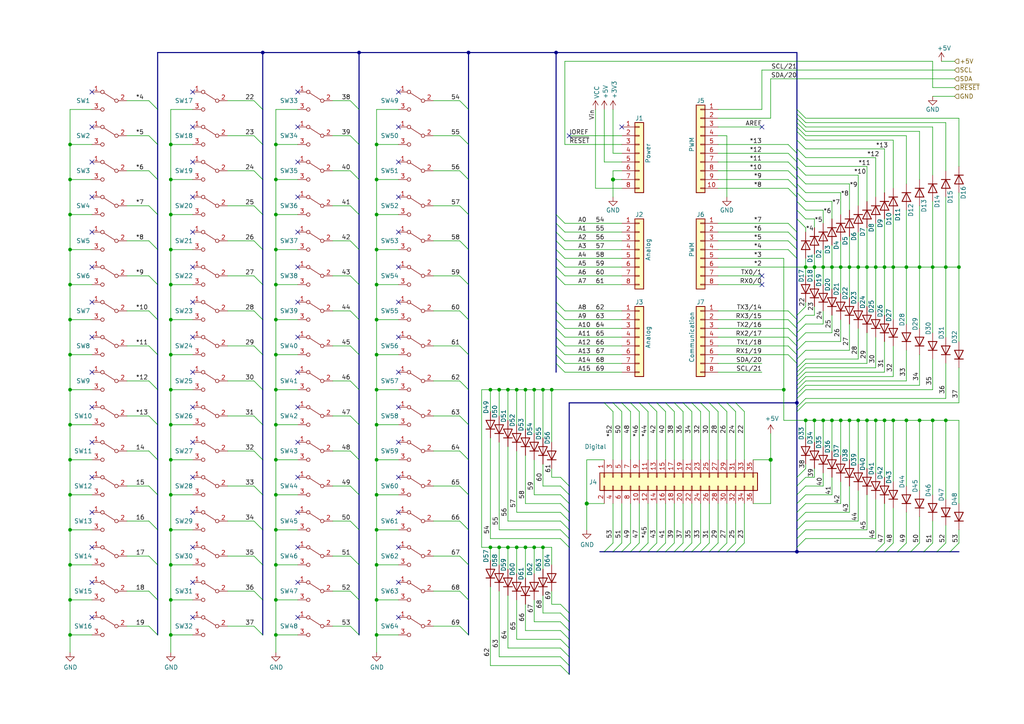
<source format=kicad_sch>
(kicad_sch (version 20230121) (generator eeschema)
  (paper "A4")
  (title_block (title "Keyboard Unit") (date "2023-09-16") (rev "Rev:0.01") (company "HOLLY&Co.,Ltd."))
  (junction (at 274.32 77.47))
  (junction (at 76.2 15.24))
  (junction (at 109.22 153.67))
  (junction (at 231.14 160.02))
  (junction (at 80.01 143.51))
  (junction (at 274.32 121.92))
  (junction (at 256.54 121.92))
  (junction (at 177.8 52.07) (diameter 1.016))
  (junction (at 109.22 163.83))
  (junction (at 278.13 77.47))
  (junction (at 109.22 62.23))
  (junction (at 259.08 121.92))
  (junction (at 20.32 143.51))
  (junction (at 20.32 113.03))
  (junction (at 270.51 121.92))
  (junction (at 20.32 72.39))
  (junction (at 80.01 82.55))
  (junction (at 80.01 153.67))
  (junction (at 109.22 143.51))
  (junction (at 256.54 77.47))
  (junction (at 223.52 133.35) (diameter 1.016))
  (junction (at 20.32 184.15))
  (junction (at 142.24 158.75))
  (junction (at 49.53 82.55))
  (junction (at 109.22 52.07))
  (junction (at 154.94 158.75))
  (junction (at 270.51 77.47))
  (junction (at 246.38 121.92))
  (junction (at 254 77.47))
  (junction (at 80.01 133.35))
  (junction (at 49.53 62.23))
  (junction (at 241.3 121.92))
  (junction (at 152.4 113.03))
  (junction (at 49.53 173.99))
  (junction (at 49.53 153.67))
  (junction (at 170.18 146.05) (diameter 1.016))
  (junction (at 109.22 82.55))
  (junction (at 147.32 158.75))
  (junction (at 266.7 77.47))
  (junction (at 109.22 72.39))
  (junction (at 142.24 113.03))
  (junction (at 238.76 121.92))
  (junction (at 49.53 123.19))
  (junction (at 254 121.92))
  (junction (at 80.01 52.07))
  (junction (at 144.78 113.03))
  (junction (at 20.32 163.83))
  (junction (at 20.32 52.07))
  (junction (at 80.01 72.39))
  (junction (at 20.32 41.91))
  (junction (at 266.7 121.92))
  (junction (at 231.14 116.84))
  (junction (at 109.22 173.99))
  (junction (at 80.01 163.83))
  (junction (at 49.53 163.83))
  (junction (at 20.32 153.67))
  (junction (at 154.94 113.03))
  (junction (at 49.53 52.07))
  (junction (at 20.32 123.19))
  (junction (at 147.32 113.03))
  (junction (at 109.22 133.35))
  (junction (at 49.53 143.51))
  (junction (at 243.84 121.92))
  (junction (at 259.08 77.47))
  (junction (at 251.46 77.47))
  (junction (at 135.89 15.24))
  (junction (at 80.01 184.15))
  (junction (at 152.4 158.75))
  (junction (at 20.32 133.35))
  (junction (at 20.32 173.99))
  (junction (at 248.92 121.92))
  (junction (at 49.53 92.71))
  (junction (at 20.32 102.87))
  (junction (at 20.32 82.55))
  (junction (at 233.68 121.92))
  (junction (at 149.86 158.75))
  (junction (at 157.48 113.03))
  (junction (at 161.29 15.24))
  (junction (at 109.22 184.15))
  (junction (at 236.22 77.47))
  (junction (at 109.22 92.71))
  (junction (at 251.46 121.92))
  (junction (at 157.48 158.75))
  (junction (at 109.22 102.87))
  (junction (at 160.02 113.03))
  (junction (at 144.78 158.75))
  (junction (at 49.53 133.35))
  (junction (at 80.01 41.91))
  (junction (at 238.76 77.47))
  (junction (at 80.01 113.03))
  (junction (at 248.92 77.47))
  (junction (at 233.68 77.47))
  (junction (at 227.33 113.03))
  (junction (at 262.89 121.92))
  (junction (at 109.22 41.91))
  (junction (at 109.22 123.19))
  (junction (at 80.01 102.87))
  (junction (at 243.84 77.47))
  (junction (at 149.86 113.03))
  (junction (at 20.32 92.71))
  (junction (at 80.01 62.23))
  (junction (at 49.53 41.91))
  (junction (at 80.01 92.71))
  (junction (at 20.32 62.23))
  (junction (at 246.38 77.47))
  (junction (at 49.53 184.15))
  (junction (at 104.14 15.24))
  (junction (at 241.3 77.47))
  (junction (at 109.22 113.03))
  (junction (at 80.01 173.99))
  (junction (at 236.22 121.92))
  (junction (at 49.53 102.87))
  (junction (at 80.01 123.19))
  (junction (at 49.53 72.39))
  (junction (at 262.89 77.47))
  (junction (at 49.53 113.03))
  (no_connect (at 55.88 57.15))
  (no_connect (at 26.67 179.07))
  (no_connect (at 55.88 148.59))
  (no_connect (at 86.36 77.47))
  (no_connect (at 26.67 118.11))
  (no_connect (at 115.57 138.43))
  (no_connect (at 55.88 179.07))
  (no_connect (at 55.88 118.11))
  (no_connect (at 26.67 87.63))
  (no_connect (at 26.67 128.27))
  (no_connect (at 55.88 128.27))
  (no_connect (at 26.67 46.99))
  (no_connect (at 115.57 77.47))
  (no_connect (at 86.36 138.43))
  (no_connect (at 86.36 128.27))
  (no_connect (at 86.36 168.91))
  (no_connect (at 220.98 82.55))
  (no_connect (at 115.57 179.07))
  (no_connect (at 86.36 26.67))
  (no_connect (at 115.57 148.59))
  (no_connect (at 86.36 179.07))
  (no_connect (at 86.36 87.63))
  (no_connect (at 180.34 36.83))
  (no_connect (at 55.88 168.91))
  (no_connect (at 55.88 36.83))
  (no_connect (at 115.57 87.63))
  (no_connect (at 86.36 148.59))
  (no_connect (at 115.57 158.75))
  (no_connect (at 26.67 57.15))
  (no_connect (at 115.57 97.79))
  (no_connect (at 115.57 128.27))
  (no_connect (at 55.88 97.79))
  (no_connect (at 115.57 118.11))
  (no_connect (at 115.57 26.67))
  (no_connect (at 55.88 67.31))
  (no_connect (at 86.36 57.15))
  (no_connect (at 115.57 36.83))
  (no_connect (at 26.67 107.95))
  (no_connect (at 26.67 36.83))
  (no_connect (at 26.67 97.79))
  (no_connect (at 26.67 77.47))
  (no_connect (at 220.98 36.83))
  (no_connect (at 55.88 87.63))
  (no_connect (at 55.88 77.47))
  (no_connect (at 115.57 57.15))
  (no_connect (at 165.1 39.37))
  (no_connect (at 86.36 67.31))
  (no_connect (at 26.67 67.31))
  (no_connect (at 220.98 80.01))
  (no_connect (at 26.67 138.43))
  (no_connect (at 26.67 26.67))
  (no_connect (at 26.67 158.75))
  (no_connect (at 86.36 46.99))
  (no_connect (at 86.36 118.11))
  (no_connect (at 55.88 26.67))
  (no_connect (at 55.88 46.99))
  (no_connect (at 86.36 36.83))
  (no_connect (at 115.57 46.99))
  (no_connect (at 115.57 107.95))
  (no_connect (at 115.57 67.31))
  (no_connect (at 86.36 158.75))
  (no_connect (at 86.36 97.79))
  (no_connect (at 55.88 107.95))
  (no_connect (at 55.88 158.75))
  (no_connect (at 26.67 148.59))
  (no_connect (at 86.36 107.95))
  (no_connect (at 55.88 138.43))
  (no_connect (at 115.57 168.91))
  (no_connect (at 26.67 168.91))
  (bus_entry (at 213.36 116.84) (size 2.54 2.54))
  (bus_entry (at 101.6 181.61) (size 2.54 2.54))
  (bus_entry (at 162.56 143.51) (size 2.54 2.54))
  (bus_entry (at 210.82 160.02) (size 2.54 -2.54))
  (bus_entry (at 162.56 180.34) (size 2.54 2.54))
  (bus_entry (at 208.28 116.84) (size 2.54 2.54))
  (bus_entry (at 161.29 72.39) (size 2.54 2.54))
  (bus_entry (at 43.18 120.65) (size 2.54 2.54))
  (bus_entry (at 228.6 97.79) (size 2.54 2.54))
  (bus_entry (at 231.14 110.49) (size 2.54 -2.54))
  (bus_entry (at 162.56 151.13) (size 2.54 2.54))
  (bus_entry (at 228.6 54.61) (size 2.54 2.54))
  (bus_entry (at 43.18 161.29) (size 2.54 2.54))
  (bus_entry (at 73.66 130.81) (size 2.54 2.54))
  (bus_entry (at 133.35 90.17) (size 2.54 2.54))
  (bus_entry (at 73.66 140.97) (size 2.54 2.54))
  (bus_entry (at 228.6 67.31) (size 2.54 2.54))
  (bus_entry (at 162.56 148.59) (size 2.54 2.54))
  (bus_entry (at 190.5 116.84) (size 2.54 2.54))
  (bus_entry (at 231.14 158.75) (size 2.54 -2.54))
  (bus_entry (at 228.6 41.91) (size 2.54 2.54))
  (bus_entry (at 175.26 160.02) (size 2.54 -2.54))
  (bus_entry (at 73.66 100.33) (size 2.54 2.54))
  (bus_entry (at 43.18 69.85) (size 2.54 2.54))
  (bus_entry (at 161.29 69.85) (size 2.54 2.54))
  (bus_entry (at 274.32 157.48) (size -2.54 2.54))
  (bus_entry (at 101.6 49.53) (size 2.54 2.54))
  (bus_entry (at 228.6 69.85) (size 2.54 2.54))
  (bus_entry (at 231.14 114.3) (size 2.54 -2.54))
  (bus_entry (at 73.66 49.53) (size 2.54 2.54))
  (bus_entry (at 43.18 29.21) (size 2.54 2.54))
  (bus_entry (at 180.34 116.84) (size 2.54 2.54))
  (bus_entry (at 162.56 185.42) (size 2.54 2.54))
  (bus_entry (at 231.14 58.42) (size 2.54 2.54))
  (bus_entry (at 231.14 45.72) (size 2.54 2.54))
  (bus_entry (at 231.14 96.52) (size 2.54 -2.54))
  (bus_entry (at 193.04 116.84) (size 2.54 2.54))
  (bus_entry (at 266.7 157.48) (size -2.54 2.54))
  (bus_entry (at 231.14 35.56) (size 2.54 2.54))
  (bus_entry (at 43.18 59.69) (size 2.54 2.54))
  (bus_entry (at 101.6 80.01) (size 2.54 2.54))
  (bus_entry (at 162.56 177.8) (size 2.54 2.54))
  (bus_entry (at 161.29 62.23) (size 2.54 2.54))
  (bus_entry (at 187.96 160.02) (size 2.54 -2.54))
  (bus_entry (at 133.35 100.33) (size 2.54 2.54))
  (bus_entry (at 161.29 87.63) (size 2.54 2.54))
  (bus_entry (at 133.35 39.37) (size 2.54 2.54))
  (bus_entry (at 231.14 91.44) (size 2.54 -2.54))
  (bus_entry (at 231.14 53.34) (size 2.54 2.54))
  (bus_entry (at 210.82 116.84) (size 2.54 2.54))
  (bus_entry (at 161.29 74.93) (size 2.54 2.54))
  (bus_entry (at 228.6 46.99) (size 2.54 2.54))
  (bus_entry (at 231.14 113.03) (size 2.54 -2.54))
  (bus_entry (at 231.14 60.96) (size 2.54 2.54))
  (bus_entry (at 162.56 146.05) (size 2.54 2.54))
  (bus_entry (at 101.6 161.29) (size 2.54 2.54))
  (bus_entry (at 101.6 151.13) (size 2.54 2.54))
  (bus_entry (at 228.6 52.07) (size 2.54 2.54))
  (bus_entry (at 43.18 39.37) (size 2.54 2.54))
  (bus_entry (at 161.29 77.47) (size 2.54 2.54))
  (bus_entry (at 231.14 43.18) (size 2.54 2.54))
  (bus_entry (at 200.66 160.02) (size 2.54 -2.54))
  (bus_entry (at 161.29 92.71) (size 2.54 2.54))
  (bus_entry (at 101.6 130.81) (size 2.54 2.54))
  (bus_entry (at 203.2 160.02) (size 2.54 -2.54))
  (bus_entry (at 185.42 116.84) (size 2.54 2.54))
  (bus_entry (at 231.14 48.26) (size 2.54 2.54))
  (bus_entry (at 231.14 93.98) (size 2.54 -2.54))
  (bus_entry (at 231.14 107.95) (size 2.54 -2.54))
  (bus_entry (at 133.35 171.45) (size 2.54 2.54))
  (bus_entry (at 182.88 160.02) (size 2.54 -2.54))
  (bus_entry (at 208.28 160.02) (size 2.54 -2.54))
  (bus_entry (at 231.14 118.11) (size 2.54 -2.54))
  (bus_entry (at 231.14 101.6) (size 2.54 -2.54))
  (bus_entry (at 161.29 67.31) (size 2.54 2.54))
  (bus_entry (at 43.18 90.17) (size 2.54 2.54))
  (bus_entry (at 73.66 69.85) (size 2.54 2.54))
  (bus_entry (at 101.6 140.97) (size 2.54 2.54))
  (bus_entry (at 190.5 160.02) (size 2.54 -2.54))
  (bus_entry (at 43.18 181.61) (size 2.54 2.54))
  (bus_entry (at 193.04 160.02) (size 2.54 -2.54))
  (bus_entry (at 182.88 116.84) (size 2.54 2.54))
  (bus_entry (at 228.6 92.71) (size 2.54 2.54))
  (bus_entry (at 231.14 119.38) (size 2.54 -2.54))
  (bus_entry (at 133.35 120.65) (size 2.54 2.54))
  (bus_entry (at 73.66 29.21) (size 2.54 2.54))
  (bus_entry (at 228.6 64.77) (size 2.54 2.54))
  (bus_entry (at 177.8 116.84) (size 2.54 2.54))
  (bus_entry (at 195.58 160.02) (size 2.54 -2.54))
  (bus_entry (at 231.14 36.83) (size 2.54 2.54))
  (bus_entry (at 43.18 49.53) (size 2.54 2.54))
  (bus_entry (at 270.51 157.48) (size -2.54 2.54))
  (bus_entry (at 73.66 120.65) (size 2.54 2.54))
  (bus_entry (at 231.14 138.43) (size 2.54 -2.54))
  (bus_entry (at 231.14 99.06) (size 2.54 -2.54))
  (bus_entry (at 101.6 110.49) (size 2.54 2.54))
  (bus_entry (at 161.29 95.25) (size 2.54 2.54))
  (bus_entry (at 73.66 80.01) (size 2.54 2.54))
  (bus_entry (at 73.66 110.49) (size 2.54 2.54))
  (bus_entry (at 73.66 151.13) (size 2.54 2.54))
  (bus_entry (at 43.18 80.01) (size 2.54 2.54))
  (bus_entry (at 175.26 116.84) (size 2.54 2.54))
  (bus_entry (at 162.56 187.96) (size 2.54 2.54))
  (bus_entry (at 262.89 157.48) (size -2.54 2.54))
  (bus_entry (at 101.6 171.45) (size 2.54 2.54))
  (bus_entry (at 43.18 130.81) (size 2.54 2.54))
  (bus_entry (at 256.54 157.48) (size -2.54 2.54))
  (bus_entry (at 228.6 49.53) (size 2.54 2.54))
  (bus_entry (at 278.13 157.48) (size -2.54 2.54))
  (bus_entry (at 43.18 140.97) (size 2.54 2.54))
  (bus_entry (at 162.56 156.21) (size 2.54 2.54))
  (bus_entry (at 133.35 130.81) (size 2.54 2.54))
  (bus_entry (at 198.12 160.02) (size 2.54 -2.54))
  (bus_entry (at 231.14 31.75) (size 2.54 2.54))
  (bus_entry (at 231.14 153.67) (size 2.54 -2.54))
  (bus_entry (at 228.6 100.33) (size 2.54 2.54))
  (bus_entry (at 162.56 153.67) (size 2.54 2.54))
  (bus_entry (at 185.42 160.02) (size 2.54 -2.54))
  (bus_entry (at 133.35 151.13) (size 2.54 2.54))
  (bus_entry (at 43.18 110.49) (size 2.54 2.54))
  (bus_entry (at 161.29 80.01) (size 2.54 2.54))
  (bus_entry (at 161.29 64.77) (size 2.54 2.54))
  (bus_entry (at 101.6 90.17) (size 2.54 2.54))
  (bus_entry (at 231.14 148.59) (size 2.54 -2.54))
  (bus_entry (at 162.56 182.88) (size 2.54 2.54))
  (bus_entry (at 195.58 116.84) (size 2.54 2.54))
  (bus_entry (at 213.36 160.02) (size 2.54 -2.54))
  (bus_entry (at 43.18 151.13) (size 2.54 2.54))
  (bus_entry (at 101.6 59.69) (size 2.54 2.54))
  (bus_entry (at 259.08 157.48) (size -2.54 2.54))
  (bus_entry (at 228.6 72.39) (size 2.54 2.54))
  (bus_entry (at 101.6 29.21) (size 2.54 2.54))
  (bus_entry (at 161.29 90.17) (size 2.54 2.54))
  (bus_entry (at 231.14 50.8) (size 2.54 2.54))
  (bus_entry (at 231.14 40.64) (size 2.54 2.54))
  (bus_entry (at 231.14 151.13) (size 2.54 -2.54))
  (bus_entry (at 133.35 80.01) (size 2.54 2.54))
  (bus_entry (at 73.66 39.37) (size 2.54 2.54))
  (bus_entry (at 162.56 175.26) (size 2.54 2.54))
  (bus_entry (at 162.56 138.43) (size 2.54 2.54))
  (bus_entry (at 43.18 171.45) (size 2.54 2.54))
  (bus_entry (at 133.35 140.97) (size 2.54 2.54))
  (bus_entry (at 205.74 160.02) (size 2.54 -2.54))
  (bus_entry (at 161.29 97.79) (size 2.54 2.54))
  (bus_entry (at 133.35 69.85) (size 2.54 2.54))
  (bus_entry (at 231.14 111.76) (size 2.54 -2.54))
  (bus_entry (at 101.6 39.37) (size 2.54 2.54))
  (bus_entry (at 180.34 160.02) (size 2.54 -2.54))
  (bus_entry (at 231.14 115.57) (size 2.54 -2.54))
  (bus_entry (at 161.29 105.41) (size 2.54 2.54))
  (bus_entry (at 198.12 116.84) (size 2.54 2.54))
  (bus_entry (at 133.35 161.29) (size 2.54 2.54))
  (bus_entry (at 231.14 38.1) (size 2.54 2.54))
  (bus_entry (at 133.35 29.21) (size 2.54 2.54))
  (bus_entry (at 203.2 116.84) (size 2.54 2.54))
  (bus_entry (at 231.14 109.22) (size 2.54 -2.54))
  (bus_entry (at 133.35 181.61) (size 2.54 2.54))
  (bus_entry (at 200.66 116.84) (size 2.54 2.54))
  (bus_entry (at 228.6 90.17) (size 2.54 2.54))
  (bus_entry (at 101.6 100.33) (size 2.54 2.54))
  (bus_entry (at 231.14 146.05) (size 2.54 -2.54))
  (bus_entry (at 231.14 34.29) (size 2.54 2.54))
  (bus_entry (at 73.66 181.61) (size 2.54 2.54))
  (bus_entry (at 73.66 161.29) (size 2.54 2.54))
  (bus_entry (at 231.14 104.14) (size 2.54 -2.54))
  (bus_entry (at 231.14 156.21) (size 2.54 -2.54))
  (bus_entry (at 101.6 120.65) (size 2.54 2.54))
  (bus_entry (at 73.66 59.69) (size 2.54 2.54))
  (bus_entry (at 231.14 33.02) (size 2.54 2.54))
  (bus_entry (at 228.6 102.87) (size 2.54 2.54))
  (bus_entry (at 177.8 160.02) (size 2.54 -2.54))
  (bus_entry (at 231.14 143.51) (size 2.54 -2.54))
  (bus_entry (at 133.35 49.53) (size 2.54 2.54))
  (bus_entry (at 73.66 171.45) (size 2.54 2.54))
  (bus_entry (at 231.14 55.88) (size 2.54 2.54))
  (bus_entry (at 231.14 140.97) (size 2.54 -2.54))
  (bus_entry (at 162.56 193.04) (size 2.54 2.54))
  (bus_entry (at 228.6 95.25) (size 2.54 2.54))
  (bus_entry (at 231.14 106.68) (size 2.54 -2.54))
  (bus_entry (at 187.96 116.84) (size 2.54 2.54))
  (bus_entry (at 101.6 69.85) (size 2.54 2.54))
  (bus_entry (at 162.56 140.97) (size 2.54 2.54))
  (bus_entry (at 161.29 100.33) (size 2.54 2.54))
  (bus_entry (at 231.14 63.5) (size 2.54 2.54))
  (bus_entry (at 161.29 102.87) (size 2.54 2.54))
  (bus_entry (at 205.74 116.84) (size 2.54 2.54))
  (bus_entry (at 228.6 44.45) (size 2.54 2.54))
  (bus_entry (at 133.35 110.49) (size 2.54 2.54))
  (bus_entry (at 162.56 190.5) (size 2.54 2.54))
  (bus_entry (at 133.35 59.69) (size 2.54 2.54))
  (bus_entry (at 43.18 100.33) (size 2.54 2.54))
  (bus_entry (at 73.66 90.17) (size 2.54 2.54))
  (bus (pts (xy 104.14 113.03) (xy 104.14 123.19)))
  (wire (pts (xy 154.94 113.03) (xy 154.94 125.73)))
  (wire (pts (xy 147.32 151.13) (xy 147.32 129.54)))
  (wire (pts (xy 278.13 55.88) (xy 278.13 77.47)))
  (bus (pts (xy 231.14 140.97) (xy 231.14 143.51)))
  (wire (pts (xy 149.86 158.75) (xy 149.86 166.37)))
  (wire (pts (xy 20.32 41.91) (xy 20.32 52.07)))
  (wire (pts (xy 109.22 153.67) (xy 109.22 163.83)))
  (bus (pts (xy 165.1 151.13) (xy 165.1 153.67)))
  (wire (pts (xy 162.56 151.13) (xy 147.32 151.13)))
  (wire (pts (xy 259.08 121.92) (xy 259.08 139.7)))
  (wire (pts (xy 80.01 72.39) (xy 86.36 72.39)))
  (wire (pts (xy 96.52 90.17) (xy 101.6 90.17)))
  (wire (pts (xy 154.94 143.51) (xy 154.94 133.35)))
  (wire (pts (xy 109.22 41.91) (xy 115.57 41.91)))
  (wire (pts (xy 96.52 39.37) (xy 101.6 39.37)))
  (bus (pts (xy 104.14 15.24) (xy 135.89 15.24)))
  (bus (pts (xy 76.2 92.71) (xy 76.2 102.87)))
  (bus (pts (xy 267.97 160.02) (xy 271.78 160.02)))
  (wire (pts (xy 109.22 133.35) (xy 115.57 133.35)))
  (wire (pts (xy 180.34 69.85) (xy 163.83 69.85)))
  (wire (pts (xy 109.22 92.71) (xy 109.22 102.87)))
  (wire (pts (xy 208.28 54.61) (xy 228.6 54.61)))
  (wire (pts (xy 208.28 49.53) (xy 228.6 49.53)))
  (wire (pts (xy 154.94 180.34) (xy 154.94 173.99)))
  (bus (pts (xy 161.29 77.47) (xy 161.29 80.01)))
  (wire (pts (xy 262.89 121.92) (xy 262.89 140.97)))
  (wire (pts (xy 86.36 184.15) (xy 80.01 184.15)))
  (wire (pts (xy 251.46 121.92) (xy 254 121.92)))
  (wire (pts (xy 80.01 113.03) (xy 80.01 123.19)))
  (wire (pts (xy 55.88 184.15) (xy 49.53 184.15)))
  (wire (pts (xy 66.04 49.53) (xy 73.66 49.53)))
  (bus (pts (xy 271.78 160.02) (xy 275.59 160.02)))
  (bus (pts (xy 195.58 116.84) (xy 198.12 116.84)))
  (wire (pts (xy 227.33 121.92) (xy 233.68 121.92)))
  (wire (pts (xy 246.38 77.47) (xy 248.92 77.47)))
  (bus (pts (xy 205.74 160.02) (xy 208.28 160.02)))
  (wire (pts (xy 203.2 146.05) (xy 203.2 157.48)))
  (wire (pts (xy 238.76 121.92) (xy 241.3 121.92)))
  (wire (pts (xy 20.32 92.71) (xy 26.67 92.71)))
  (bus (pts (xy 231.14 15.24) (xy 231.14 31.75)))
  (bus (pts (xy 231.14 100.33) (xy 231.14 101.6)))
  (bus (pts (xy 45.72 72.39) (xy 45.72 62.23)))
  (wire (pts (xy 66.04 80.01) (xy 73.66 80.01)))
  (bus (pts (xy 76.2 113.03) (xy 76.2 123.19)))
  (wire (pts (xy 80.01 82.55) (xy 86.36 82.55)))
  (bus (pts (xy 231.14 114.3) (xy 231.14 115.57)))
  (wire (pts (xy 160.02 138.43) (xy 160.02 135.89)))
  (wire (pts (xy 49.53 113.03) (xy 49.53 123.19)))
  (wire (pts (xy 208.28 74.93) (xy 227.33 74.93)))
  (wire (pts (xy 163.83 92.71) (xy 180.34 92.71)))
  (wire (pts (xy 66.04 59.69) (xy 73.66 59.69)))
  (wire (pts (xy 125.73 100.33) (xy 133.35 100.33)))
  (wire (pts (xy 233.68 40.64) (xy 259.08 40.64)))
  (wire (pts (xy 238.76 77.47) (xy 238.76 82.55)))
  (wire (pts (xy 66.04 29.21) (xy 73.66 29.21)))
  (bus (pts (xy 231.14 54.61) (xy 231.14 55.88)))
  (wire (pts (xy 49.53 72.39) (xy 55.88 72.39)))
  (wire (pts (xy 55.88 102.87) (xy 49.53 102.87)))
  (wire (pts (xy 109.22 52.07) (xy 115.57 52.07)))
  (wire (pts (xy 26.67 153.67) (xy 20.32 153.67)))
  (bus (pts (xy 231.14 113.03) (xy 231.14 114.3)))
  (bus (pts (xy 161.29 92.71) (xy 161.29 95.25)))
  (wire (pts (xy 115.57 173.99) (xy 109.22 173.99)))
  (bus (pts (xy 135.89 153.67) (xy 135.89 163.83)))
  (bus (pts (xy 104.14 153.67) (xy 104.14 163.83)))
  (wire (pts (xy 125.73 171.45) (xy 133.35 171.45)))
  (wire (pts (xy 162.56 143.51) (xy 154.94 143.51)))
  (bus (pts (xy 165.1 148.59) (xy 165.1 151.13)))
  (wire (pts (xy 80.01 133.35) (xy 80.01 143.51)))
  (bus (pts (xy 231.14 116.84) (xy 231.14 118.11)))
  (bus (pts (xy 165.1 190.5) (xy 165.1 193.04)))
  (bus (pts (xy 231.14 118.11) (xy 231.14 119.38)))
  (bus (pts (xy 165.1 146.05) (xy 165.1 148.59)))
  (wire (pts (xy 180.34 49.53) (xy 177.8 49.53)))
  (bus (pts (xy 260.35 160.02) (xy 264.16 160.02)))
  (wire (pts (xy 66.04 69.85) (xy 73.66 69.85)))
  (bus (pts (xy 231.14 57.15) (xy 231.14 58.42)))
  (wire (pts (xy 163.83 107.95) (xy 180.34 107.95)))
  (wire (pts (xy 109.22 62.23) (xy 109.22 72.39)))
  (bus (pts (xy 165.1 182.88) (xy 165.1 185.42)))
  (wire (pts (xy 254 106.68) (xy 254 97.79)))
  (bus (pts (xy 135.89 163.83) (xy 135.89 173.99)))
  (bus (pts (xy 210.82 160.02) (xy 213.36 160.02)))
  (wire (pts (xy 208.28 36.83) (xy 220.98 36.83)))
  (wire (pts (xy 20.32 52.07) (xy 26.67 52.07)))
  (bus (pts (xy 231.14 34.29) (xy 231.14 35.56)))
  (wire (pts (xy 20.32 173.99) (xy 20.32 184.15)))
  (bus (pts (xy 45.72 62.23) (xy 45.72 52.07)))
  (bus (pts (xy 165.1 193.04) (xy 165.1 195.58)))
  (bus (pts (xy 45.72 113.03) (xy 45.72 102.87)))
  (bus (pts (xy 135.89 41.91) (xy 135.89 52.07)))
  (wire (pts (xy 49.53 52.07) (xy 49.53 62.23)))
  (wire (pts (xy 246.38 101.6) (xy 246.38 93.98)))
  (wire (pts (xy 80.01 102.87) (xy 80.01 113.03)))
  (wire (pts (xy 256.54 107.95) (xy 256.54 99.06)))
  (wire (pts (xy 266.7 121.92) (xy 266.7 142.24)))
  (wire (pts (xy 233.68 55.88) (xy 243.84 55.88)))
  (wire (pts (xy 190.5 146.05) (xy 190.5 157.48)))
  (bus (pts (xy 135.89 15.24) (xy 135.89 31.75)))
  (wire (pts (xy 236.22 138.43) (xy 236.22 135.89)))
  (wire (pts (xy 256.54 43.18) (xy 256.54 55.88)))
  (wire (pts (xy 170.18 146.05) (xy 170.18 153.67)))
  (wire (pts (xy 149.86 113.03) (xy 149.86 123.19)))
  (wire (pts (xy 208.28 39.37) (xy 210.82 39.37)))
  (wire (pts (xy 20.32 72.39) (xy 26.67 72.39)))
  (wire (pts (xy 162.56 177.8) (xy 157.48 177.8)))
  (wire (pts (xy 80.01 123.19) (xy 86.36 123.19)))
  (wire (pts (xy 162.56 138.43) (xy 160.02 138.43)))
  (wire (pts (xy 233.68 53.34) (xy 246.38 53.34)))
  (bus (pts (xy 231.14 91.44) (xy 231.14 92.71)))
  (wire (pts (xy 180.34 119.38) (xy 180.34 133.35)))
  (wire (pts (xy 157.48 158.75) (xy 160.02 158.75)))
  (wire (pts (xy 241.3 77.47) (xy 241.3 83.82)))
  (wire (pts (xy 241.3 77.47) (xy 243.84 77.47)))
  (wire (pts (xy 238.76 60.96) (xy 238.76 64.77)))
  (wire (pts (xy 157.48 140.97) (xy 157.48 134.62)))
  (wire (pts (xy 109.22 31.75) (xy 109.22 41.91)))
  (wire (pts (xy 49.53 123.19) (xy 49.53 133.35)))
  (wire (pts (xy 80.01 133.35) (xy 86.36 133.35)))
  (wire (pts (xy 49.53 163.83) (xy 49.53 173.99)))
  (wire (pts (xy 49.53 133.35) (xy 55.88 133.35)))
  (wire (pts (xy 227.33 113.03) (xy 160.02 113.03)))
  (wire (pts (xy 243.84 69.85) (xy 243.84 77.47)))
  (bus (pts (xy 45.72 173.99) (xy 45.72 163.83)))
  (bus (pts (xy 45.72 173.99) (xy 45.72 184.15)))
  (wire (pts (xy 66.04 161.29) (xy 73.66 161.29)))
  (wire (pts (xy 142.24 113.03) (xy 142.24 119.38)))
  (wire (pts (xy 238.76 140.97) (xy 238.76 137.16)))
  (bus (pts (xy 161.29 95.25) (xy 161.29 97.79)))
  (wire (pts (xy 49.53 133.35) (xy 49.53 143.51)))
  (bus (pts (xy 231.14 35.56) (xy 231.14 36.83)))
  (bus (pts (xy 231.14 110.49) (xy 231.14 109.22)))
  (bus (pts (xy 76.2 62.23) (xy 76.2 72.39)))
  (wire (pts (xy 241.3 96.52) (xy 241.3 91.44)))
  (bus (pts (xy 76.2 52.07) (xy 76.2 62.23)))
  (wire (pts (xy 109.22 82.55) (xy 109.22 92.71)))
  (bus (pts (xy 177.8 160.02) (xy 180.34 160.02)))
  (bus (pts (xy 231.14 111.76) (xy 231.14 113.03)))
  (wire (pts (xy 160.02 158.75) (xy 160.02 163.83)))
  (wire (pts (xy 49.53 62.23) (xy 49.53 72.39)))
  (wire (pts (xy 208.28 77.47) (xy 233.68 77.47)))
  (wire (pts (xy 233.68 38.1) (xy 266.7 38.1)))
  (wire (pts (xy 142.24 158.75) (xy 142.24 162.56)))
  (wire (pts (xy 233.68 113.03) (xy 270.51 113.03)))
  (wire (pts (xy 20.32 52.07) (xy 20.32 62.23)))
  (wire (pts (xy 80.01 184.15) (xy 80.01 189.23)))
  (wire (pts (xy 109.22 113.03) (xy 109.22 123.19)))
  (wire (pts (xy 144.78 158.75) (xy 147.32 158.75)))
  (wire (pts (xy 109.22 62.23) (xy 115.57 62.23)))
  (bus (pts (xy 231.14 69.85) (xy 231.14 72.39)))
  (wire (pts (xy 233.68 105.41) (xy 251.46 105.41)))
  (bus (pts (xy 231.14 99.06) (xy 231.14 100.33)))
  (wire (pts (xy 180.34 74.93) (xy 163.83 74.93)))
  (wire (pts (xy 259.08 147.32) (xy 259.08 157.48)))
  (bus (pts (xy 187.96 160.02) (xy 190.5 160.02)))
  (wire (pts (xy 49.53 173.99) (xy 49.53 184.15)))
  (wire (pts (xy 80.01 62.23) (xy 86.36 62.23)))
  (wire (pts (xy 223.52 34.29) (xy 208.28 34.29)))
  (wire (pts (xy 233.68 93.98) (xy 238.76 93.98)))
  (wire (pts (xy 182.88 119.38) (xy 182.88 133.35)))
  (wire (pts (xy 36.83 69.85) (xy 43.18 69.85)))
  (wire (pts (xy 125.73 151.13) (xy 133.35 151.13)))
  (wire (pts (xy 180.34 54.61) (xy 172.72 54.61)))
  (wire (pts (xy 66.04 90.17) (xy 73.66 90.17)))
  (wire (pts (xy 175.26 46.99) (xy 180.34 46.99)))
  (wire (pts (xy 208.28 92.71) (xy 228.6 92.71)))
  (bus (pts (xy 45.72 133.35) (xy 45.72 123.19)))
  (bus (pts (xy 76.2 15.24) (xy 104.14 15.24)))
  (bus (pts (xy 231.14 101.6) (xy 231.14 102.87)))
  (wire (pts (xy 177.8 49.53) (xy 177.8 52.07)))
  (bus (pts (xy 45.72 123.19) (xy 45.72 113.03)))
  (wire (pts (xy 180.34 90.17) (xy 163.83 90.17)))
  (wire (pts (xy 233.68 121.92) (xy 236.22 121.92)))
  (bus (pts (xy 231.14 33.02) (xy 231.14 34.29)))
  (wire (pts (xy 238.76 93.98) (xy 238.76 90.17)))
  (wire (pts (xy 80.01 52.07) (xy 80.01 62.23)))
  (bus (pts (xy 161.29 87.63) (xy 161.29 90.17)))
  (wire (pts (xy 233.68 43.18) (xy 256.54 43.18)))
  (wire (pts (xy 96.52 120.65) (xy 101.6 120.65)))
  (bus (pts (xy 104.14 52.07) (xy 104.14 62.23)))
  (wire (pts (xy 233.68 58.42) (xy 241.3 58.42)))
  (wire (pts (xy 233.68 148.59) (xy 246.38 148.59)))
  (bus (pts (xy 135.89 133.35) (xy 135.89 143.51)))
  (wire (pts (xy 210.82 39.37) (xy 210.82 57.15)))
  (wire (pts (xy 66.04 120.65) (xy 73.66 120.65)))
  (wire (pts (xy 254 90.17) (xy 254 77.47)))
  (wire (pts (xy 115.57 153.67) (xy 109.22 153.67)))
  (wire (pts (xy 86.36 102.87) (xy 80.01 102.87)))
  (wire (pts (xy 162.56 187.96) (xy 147.32 187.96)))
  (bus (pts (xy 76.2 72.39) (xy 76.2 82.55)))
  (wire (pts (xy 246.38 121.92) (xy 248.92 121.92)))
  (bus (pts (xy 185.42 116.84) (xy 187.96 116.84)))
  (wire (pts (xy 149.86 185.42) (xy 149.86 173.99)))
  (bus (pts (xy 76.2 82.55) (xy 76.2 92.71)))
  (bus (pts (xy 231.14 158.75) (xy 231.14 160.02)))
  (wire (pts (xy 266.7 77.47) (xy 266.7 95.25)))
  (wire (pts (xy 36.83 130.81) (xy 43.18 130.81)))
  (wire (pts (xy 125.73 120.65) (xy 133.35 120.65)))
  (wire (pts (xy 233.68 45.72) (xy 254 45.72)))
  (wire (pts (xy 266.7 111.76) (xy 266.7 102.87)))
  (bus (pts (xy 231.14 67.31) (xy 231.14 69.85)))
  (wire (pts (xy 259.08 40.64) (xy 259.08 54.61)))
  (wire (pts (xy 162.56 182.88) (xy 152.4 182.88)))
  (wire (pts (xy 125.73 181.61) (xy 133.35 181.61)))
  (wire (pts (xy 233.68 143.51) (xy 241.3 143.51)))
  (bus (pts (xy 203.2 160.02) (xy 205.74 160.02)))
  (wire (pts (xy 109.22 143.51) (xy 115.57 143.51)))
  (wire (pts (xy 233.68 63.5) (xy 236.22 63.5)))
  (wire (pts (xy 259.08 62.23) (xy 259.08 77.47)))
  (wire (pts (xy 254 121.92) (xy 256.54 121.92)))
  (bus (pts (xy 76.2 143.51) (xy 76.2 153.67)))
  (wire (pts (xy 243.84 55.88) (xy 243.84 62.23)))
  (wire (pts (xy 233.68 140.97) (xy 238.76 140.97)))
  (bus (pts (xy 76.2 102.87) (xy 76.2 113.03)))
  (wire (pts (xy 208.28 90.17) (xy 228.6 90.17)))
  (wire (pts (xy 26.67 163.83) (xy 20.32 163.83)))
  (bus (pts (xy 208.28 160.02) (xy 210.82 160.02)))
  (wire (pts (xy 165.1 39.37) (xy 180.34 39.37)))
  (wire (pts (xy 125.73 90.17) (xy 133.35 90.17)))
  (bus (pts (xy 231.14 31.75) (xy 231.14 33.02)))
  (wire (pts (xy 49.53 82.55) (xy 55.88 82.55)))
  (wire (pts (xy 248.92 104.14) (xy 233.68 104.14)))
  (wire (pts (xy 20.32 163.83) (xy 20.32 173.99)))
  (wire (pts (xy 154.94 158.75) (xy 154.94 166.37)))
  (wire (pts (xy 220.98 20.32) (xy 220.98 31.75)))
  (wire (pts (xy 49.53 62.23) (xy 55.88 62.23)))
  (wire (pts (xy 233.68 91.44) (xy 236.22 91.44)))
  (bus (pts (xy 213.36 160.02) (xy 231.14 160.02)))
  (wire (pts (xy 236.22 121.92) (xy 236.22 128.27)))
  (wire (pts (xy 187.96 119.38) (xy 187.96 133.35)))
  (bus (pts (xy 161.29 15.24) (xy 161.29 62.23)))
  (wire (pts (xy 270.51 121.92) (xy 270.51 143.51)))
  (wire (pts (xy 256.54 77.47) (xy 259.08 77.47)))
  (wire (pts (xy 49.53 184.15) (xy 49.53 189.23)))
  (wire (pts (xy 208.28 64.77) (xy 228.6 64.77)))
  (bus (pts (xy 165.1 116.84) (xy 165.1 140.97)))
  (wire (pts (xy 278.13 116.84) (xy 278.13 106.68)))
  (bus (pts (xy 45.72 163.83) (xy 45.72 153.67)))
  (wire (pts (xy 149.86 113.03) (xy 152.4 113.03)))
  (bus (pts (xy 200.66 116.84) (xy 203.2 116.84)))
  (wire (pts (xy 236.22 77.47) (xy 238.76 77.47)))
  (wire (pts (xy 246.38 77.47) (xy 246.38 86.36)))
  (wire (pts (xy 233.68 34.29) (xy 278.13 34.29)))
  (wire (pts (xy 96.52 59.69) (xy 101.6 59.69)))
  (wire (pts (xy 180.34 95.25) (xy 163.83 95.25)))
  (wire (pts (xy 86.36 153.67) (xy 80.01 153.67)))
  (bus (pts (xy 190.5 116.84) (xy 193.04 116.84)))
  (wire (pts (xy 80.01 123.19) (xy 80.01 133.35)))
  (wire (pts (xy 278.13 34.29) (xy 278.13 48.26)))
  (bus (pts (xy 45.72 41.91) (xy 45.72 31.75)))
  (wire (pts (xy 251.46 66.04) (xy 251.46 77.47)))
  (bus (pts (xy 231.14 119.38) (xy 231.14 138.43)))
  (wire (pts (xy 142.24 158.75) (xy 144.78 158.75)))
  (wire (pts (xy 256.54 121.92) (xy 256.54 138.43)))
  (wire (pts (xy 115.57 163.83) (xy 109.22 163.83)))
  (wire (pts (xy 233.68 134.62) (xy 233.68 135.89)))
  (wire (pts (xy 26.67 31.75) (xy 20.32 31.75)))
  (wire (pts (xy 220.98 31.75) (xy 208.28 31.75)))
  (bus (pts (xy 104.14 72.39) (xy 104.14 82.55)))
  (wire (pts (xy 213.36 119.38) (xy 213.36 133.35)))
  (wire (pts (xy 180.34 146.05) (xy 180.34 157.48)))
  (wire (pts (xy 20.32 31.75) (xy 20.32 41.91)))
  (wire (pts (xy 266.7 121.92) (xy 270.51 121.92)))
  (wire (pts (xy 254 64.77) (xy 254 77.47)))
  (bus (pts (xy 231.14 96.52) (xy 231.14 97.79)))
  (wire (pts (xy 236.22 63.5) (xy 236.22 66.04)))
  (wire (pts (xy 270.51 121.92) (xy 274.32 121.92)))
  (wire (pts (xy 80.01 153.67) (xy 80.01 163.83)))
  (wire (pts (xy 109.22 72.39) (xy 115.57 72.39)))
  (bus (pts (xy 231.14 110.49) (xy 231.14 111.76)))
  (wire (pts (xy 208.28 95.25) (xy 228.6 95.25)))
  (wire (pts (xy 160.02 113.03) (xy 160.02 128.27)))
  (wire (pts (xy 248.92 77.47) (xy 251.46 77.47)))
  (bus (pts (xy 187.96 116.84) (xy 190.5 116.84)))
  (bus (pts (xy 231.14 105.41) (xy 231.14 104.14)))
  (wire (pts (xy 198.12 146.05) (xy 198.12 157.48)))
  (wire (pts (xy 262.89 60.96) (xy 262.89 77.47)))
  (wire (pts (xy 125.73 59.69) (xy 133.35 59.69)))
  (bus (pts (xy 254 160.02) (xy 256.54 160.02)))
  (wire (pts (xy 80.01 82.55) (xy 80.01 92.71)))
  (wire (pts (xy 233.68 39.37) (xy 262.89 39.37)))
  (bus (pts (xy 45.72 102.87) (xy 45.72 92.71)))
  (wire (pts (xy 163.83 77.47) (xy 180.34 77.47)))
  (wire (pts (xy 36.83 161.29) (xy 43.18 161.29)))
  (bus (pts (xy 231.14 97.79) (xy 231.14 99.06)))
  (wire (pts (xy 80.01 62.23) (xy 80.01 72.39)))
  (bus (pts (xy 161.29 80.01) (xy 161.29 87.63)))
  (wire (pts (xy 278.13 121.92) (xy 278.13 146.05)))
  (bus (pts (xy 161.29 62.23) (xy 161.29 64.77)))
  (wire (pts (xy 49.53 153.67) (xy 49.53 163.83)))
  (bus (pts (xy 231.14 93.98) (xy 231.14 95.25)))
  (wire (pts (xy 80.01 173.99) (xy 80.01 184.15)))
  (wire (pts (xy 162.56 180.34) (xy 154.94 180.34)))
  (bus (pts (xy 135.89 143.51) (xy 135.89 153.67)))
  (bus (pts (xy 104.14 62.23) (xy 104.14 72.39)))
  (wire (pts (xy 266.7 59.69) (xy 266.7 77.47)))
  (wire (pts (xy 96.52 161.29) (xy 101.6 161.29)))
  (wire (pts (xy 215.9 119.38) (xy 215.9 133.35)))
  (wire (pts (xy 125.73 110.49) (xy 133.35 110.49)))
  (wire (pts (xy 125.73 80.01) (xy 133.35 80.01)))
  (wire (pts (xy 26.67 184.15) (xy 20.32 184.15)))
  (bus (pts (xy 161.29 105.41) (xy 161.29 107.95)))
  (bus (pts (xy 76.2 173.99) (xy 76.2 184.15)))
  (wire (pts (xy 36.83 49.53) (xy 43.18 49.53)))
  (wire (pts (xy 49.53 41.91) (xy 49.53 52.07)))
  (wire (pts (xy 66.04 181.61) (xy 73.66 181.61)))
  (bus (pts (xy 104.14 173.99) (xy 104.14 184.15)))
  (bus (pts (xy 231.14 52.07) (xy 231.14 53.34)))
  (bus (pts (xy 104.14 102.87) (xy 104.14 113.03)))
  (wire (pts (xy 142.24 113.03) (xy 139.7 113.03)))
  (wire (pts (xy 66.04 110.49) (xy 73.66 110.49)))
  (wire (pts (xy 233.68 106.68) (xy 254 106.68)))
  (wire (pts (xy 163.83 82.55) (xy 180.34 82.55)))
  (bus (pts (xy 165.1 153.67) (xy 165.1 156.21)))
  (wire (pts (xy 144.78 113.03) (xy 144.78 120.65)))
  (wire (pts (xy 36.83 171.45) (xy 43.18 171.45)))
  (wire (pts (xy 152.4 158.75) (xy 154.94 158.75)))
  (wire (pts (xy 125.73 130.81) (xy 133.35 130.81)))
  (wire (pts (xy 162.56 175.26) (xy 160.02 175.26)))
  (bus (pts (xy 135.89 82.55) (xy 135.89 92.71)))
  (wire (pts (xy 36.83 151.13) (xy 43.18 151.13)))
  (bus (pts (xy 104.14 123.19) (xy 104.14 133.35)))
  (bus (pts (xy 165.1 180.34) (xy 165.1 182.88)))
  (wire (pts (xy 248.92 121.92) (xy 248.92 134.62)))
  (bus (pts (xy 231.14 74.93) (xy 231.14 91.44)))
  (wire (pts (xy 80.01 92.71) (xy 86.36 92.71)))
  (wire (pts (xy 80.01 41.91) (xy 80.01 52.07)))
  (wire (pts (xy 66.04 39.37) (xy 73.66 39.37)))
  (wire (pts (xy 233.68 36.83) (xy 270.51 36.83)))
  (wire (pts (xy 115.57 184.15) (xy 109.22 184.15)))
  (wire (pts (xy 80.01 72.39) (xy 80.01 82.55)))
  (wire (pts (xy 36.83 140.97) (xy 43.18 140.97)))
  (wire (pts (xy 233.68 121.92) (xy 233.68 127)))
  (wire (pts (xy 208.28 105.41) (xy 220.98 105.41)))
  (wire (pts (xy 80.01 52.07) (xy 86.36 52.07)))
  (wire (pts (xy 262.89 121.92) (xy 266.7 121.92)))
  (wire (pts (xy 262.89 110.49) (xy 262.89 101.6)))
  (bus (pts (xy 231.14 160.02) (xy 254 160.02)))
  (bus (pts (xy 135.89 92.71) (xy 135.89 102.87)))
  (wire (pts (xy 223.52 22.86) (xy 276.86 22.86)))
  (wire (pts (xy 147.32 158.75) (xy 149.86 158.75)))
  (wire (pts (xy 26.67 123.19) (xy 20.32 123.19)))
  (wire (pts (xy 233.68 50.8) (xy 248.92 50.8)))
  (wire (pts (xy 246.38 53.34) (xy 246.38 60.96)))
  (wire (pts (xy 96.52 69.85) (xy 101.6 69.85)))
  (bus (pts (xy 45.72 143.51) (xy 45.72 133.35)))
  (bus (pts (xy 275.59 160.02) (xy 278.13 160.02)))
  (bus (pts (xy 165.1 143.51) (xy 165.1 146.05)))
  (wire (pts (xy 162.56 156.21) (xy 142.24 156.21)))
  (wire (pts (xy 233.68 48.26) (xy 251.46 48.26)))
  (bus (pts (xy 231.14 45.72) (xy 231.14 46.99)))
  (bus (pts (xy 231.14 143.51) (xy 231.14 146.05)))
  (wire (pts (xy 233.68 156.21) (xy 254 156.21)))
  (wire (pts (xy 180.34 100.33) (xy 163.83 100.33)))
  (wire (pts (xy 125.73 161.29) (xy 133.35 161.29)))
  (wire (pts (xy 20.32 123.19) (xy 20.32 133.35)))
  (wire (pts (xy 80.01 41.91) (xy 86.36 41.91)))
  (wire (pts (xy 236.22 77.47) (xy 236.22 81.28)))
  (wire (pts (xy 86.36 163.83) (xy 80.01 163.83)))
  (bus (pts (xy 45.72 82.55) (xy 45.72 72.39)))
  (wire (pts (xy 243.84 99.06) (xy 243.84 92.71)))
  (wire (pts (xy 233.68 77.47) (xy 233.68 80.01)))
  (wire (pts (xy 193.04 119.38) (xy 193.04 133.35)))
  (wire (pts (xy 208.28 97.79) (xy 228.6 97.79)))
  (wire (pts (xy 203.2 119.38) (xy 203.2 133.35)))
  (wire (pts (xy 20.32 82.55) (xy 26.67 82.55)))
  (wire (pts (xy 109.22 82.55) (xy 115.57 82.55)))
  (wire (pts (xy 149.86 158.75) (xy 152.4 158.75)))
  (wire (pts (xy 49.53 72.39) (xy 49.53 82.55)))
  (bus (pts (xy 231.14 53.34) (xy 231.14 54.61)))
  (wire (pts (xy 96.52 49.53) (xy 101.6 49.53)))
  (wire (pts (xy 36.83 39.37) (xy 43.18 39.37)))
  (bus (pts (xy 165.1 158.75) (xy 165.1 177.8)))
  (wire (pts (xy 238.76 121.92) (xy 238.76 129.54)))
  (wire (pts (xy 208.28 119.38) (xy 208.28 133.35)))
  (wire (pts (xy 266.7 38.1) (xy 266.7 52.07)))
  (wire (pts (xy 20.32 72.39) (xy 20.32 82.55)))
  (bus (pts (xy 161.29 102.87) (xy 161.29 105.41)))
  (bus (pts (xy 231.14 38.1) (xy 231.14 40.64)))
  (wire (pts (xy 109.22 113.03) (xy 115.57 113.03)))
  (wire (pts (xy 208.28 80.01) (xy 220.98 80.01)))
  (wire (pts (xy 66.04 140.97) (xy 73.66 140.97)))
  (bus (pts (xy 231.14 43.18) (xy 231.14 44.45)))
  (wire (pts (xy 266.7 77.47) (xy 270.51 77.47)))
  (bus (pts (xy 193.04 116.84) (xy 195.58 116.84)))
  (wire (pts (xy 86.36 173.99) (xy 80.01 173.99)))
  (wire (pts (xy 208.28 52.07) (xy 228.6 52.07)))
  (bus (pts (xy 135.89 52.07) (xy 135.89 62.23)))
  (bus (pts (xy 231.14 49.53) (xy 231.14 50.8)))
  (wire (pts (xy 96.52 100.33) (xy 101.6 100.33)))
  (bus (pts (xy 76.2 123.19) (xy 76.2 133.35)))
  (wire (pts (xy 270.51 113.03) (xy 270.51 104.14)))
  (wire (pts (xy 162.56 193.04) (xy 142.24 193.04)))
  (wire (pts (xy 243.84 121.92) (xy 246.38 121.92)))
  (wire (pts (xy 55.88 153.67) (xy 49.53 153.67)))
  (wire (pts (xy 125.73 49.53) (xy 133.35 49.53)))
  (wire (pts (xy 96.52 171.45) (xy 101.6 171.45)))
  (wire (pts (xy 109.22 41.91) (xy 109.22 52.07)))
  (wire (pts (xy 193.04 146.05) (xy 193.04 157.48)))
  (wire (pts (xy 262.89 148.59) (xy 262.89 157.48)))
  (wire (pts (xy 256.54 77.47) (xy 256.54 91.44)))
  (wire (pts (xy 259.08 121.92) (xy 262.89 121.92)))
  (wire (pts (xy 20.32 153.67) (xy 20.32 163.83)))
  (wire (pts (xy 180.34 64.77) (xy 163.83 64.77)))
  (wire (pts (xy 142.24 156.21) (xy 142.24 127)))
  (wire (pts (xy 270.51 25.4) (xy 270.51 17.78)))
  (wire (pts (xy 172.72 54.61) (xy 172.72 31.75)))
  (wire (pts (xy 96.52 181.61) (xy 101.6 181.61)))
  (bus (pts (xy 165.1 140.97) (xy 165.1 143.51)))
  (wire (pts (xy 20.32 82.55) (xy 20.32 92.71)))
  (wire (pts (xy 147.32 187.96) (xy 147.32 172.72)))
  (bus (pts (xy 135.89 62.23) (xy 135.89 72.39)))
  (wire (pts (xy 254 45.72) (xy 254 57.15)))
  (bus (pts (xy 231.14 146.05) (xy 231.14 148.59)))
  (wire (pts (xy 205.74 146.05) (xy 205.74 157.48)))
  (wire (pts (xy 233.68 111.76) (xy 266.7 111.76)))
  (wire (pts (xy 147.32 113.03) (xy 149.86 113.03)))
  (wire (pts (xy 139.7 113.03) (xy 139.7 158.75)))
  (bus (pts (xy 231.14 95.25) (xy 231.14 96.52)))
  (wire (pts (xy 233.68 77.47) (xy 236.22 77.47)))
  (wire (pts (xy 49.53 123.19) (xy 55.88 123.19)))
  (bus (pts (xy 231.14 105.41) (xy 231.14 106.68)))
  (wire (pts (xy 243.84 121.92) (xy 243.84 132.08)))
  (bus (pts (xy 231.14 50.8) (xy 231.14 52.07)))
  (wire (pts (xy 152.4 113.03) (xy 154.94 113.03)))
  (wire (pts (xy 270.51 77.47) (xy 274.32 77.47)))
  (wire (pts (xy 251.46 77.47) (xy 251.46 88.9)))
  (wire (pts (xy 20.32 62.23) (xy 20.32 72.39)))
  (bus (pts (xy 161.29 90.17) (xy 161.29 92.71)))
  (wire (pts (xy 248.92 50.8) (xy 248.92 59.69)))
  (wire (pts (xy 241.3 121.92) (xy 243.84 121.92)))
  (wire (pts (xy 180.34 80.01) (xy 163.83 80.01)))
  (wire (pts (xy 163.83 67.31) (xy 180.34 67.31)))
  (bus (pts (xy 231.14 48.26) (xy 231.14 49.53)))
  (bus (pts (xy 190.5 160.02) (xy 193.04 160.02)))
  (wire (pts (xy 241.3 58.42) (xy 241.3 63.5)))
  (bus (pts (xy 135.89 102.87) (xy 135.89 113.03)))
  (wire (pts (xy 49.53 92.71) (xy 49.53 102.87)))
  (bus (pts (xy 182.88 160.02) (xy 185.42 160.02)))
  (bus (pts (xy 104.14 143.51) (xy 104.14 153.67)))
  (wire (pts (xy 139.7 158.75) (xy 142.24 158.75)))
  (wire (pts (xy 254 156.21) (xy 254 144.78)))
  (wire (pts (xy 36.83 80.01) (xy 43.18 80.01)))
  (bus (pts (xy 210.82 116.84) (xy 213.36 116.84)))
  (wire (pts (xy 152.4 132.08) (xy 152.4 146.05)))
  (wire (pts (xy 233.68 107.95) (xy 256.54 107.95)))
  (wire (pts (xy 223.52 22.86) (xy 223.52 34.29)))
  (wire (pts (xy 20.32 41.91) (xy 26.67 41.91)))
  (wire (pts (xy 274.32 57.15) (xy 274.32 77.47)))
  (bus (pts (xy 198.12 116.84) (xy 200.66 116.84)))
  (wire (pts (xy 125.73 69.85) (xy 133.35 69.85)))
  (bus (pts (xy 198.12 160.02) (xy 200.66 160.02)))
  (wire (pts (xy 236.22 91.44) (xy 236.22 88.9)))
  (bus (pts (xy 76.2 133.35) (xy 76.2 143.51)))
  (wire (pts (xy 270.51 151.13) (xy 270.51 157.48)))
  (wire (pts (xy 200.66 146.05) (xy 200.66 157.48)))
  (wire (pts (xy 248.92 151.13) (xy 248.92 142.24)))
  (bus (pts (xy 231.14 115.57) (xy 231.14 116.84)))
  (bus (pts (xy 165.1 116.84) (xy 175.26 116.84)))
  (wire (pts (xy 163.83 41.91) (xy 180.34 41.91)))
  (wire (pts (xy 49.53 52.07) (xy 55.88 52.07)))
  (wire (pts (xy 233.68 87.63) (xy 233.68 88.9)))
  (wire (pts (xy 20.32 113.03) (xy 20.32 123.19)))
  (wire (pts (xy 278.13 77.47) (xy 278.13 99.06)))
  (wire (pts (xy 248.92 77.47) (xy 248.92 87.63)))
  (wire (pts (xy 246.38 68.58) (xy 246.38 77.47)))
  (wire (pts (xy 208.28 146.05) (xy 208.28 157.48)))
  (bus (pts (xy 135.89 15.24) (xy 161.29 15.24)))
  (wire (pts (xy 49.53 102.87) (xy 49.53 113.03)))
  (bus (pts (xy 76.2 41.91) (xy 76.2 52.07)))
  (wire (pts (xy 259.08 77.47) (xy 259.08 92.71)))
  (wire (pts (xy 49.53 143.51) (xy 55.88 143.51)))
  (bus (pts (xy 104.14 15.24) (xy 104.14 31.75)))
  (wire (pts (xy 109.22 163.83) (xy 109.22 173.99)))
  (wire (pts (xy 175.26 31.75) (xy 175.26 46.99)))
  (wire (pts (xy 205.74 119.38) (xy 205.74 133.35)))
  (wire (pts (xy 152.4 158.75) (xy 152.4 167.64)))
  (bus (pts (xy 213.36 116.84) (xy 231.14 116.84)))
  (wire (pts (xy 227.33 74.93) (xy 227.33 113.03)))
  (wire (pts (xy 251.46 105.41) (xy 251.46 96.52)))
  (bus (pts (xy 193.04 160.02) (xy 195.58 160.02)))
  (bus (pts (xy 208.28 116.84) (xy 210.82 116.84)))
  (bus (pts (xy 195.58 160.02) (xy 198.12 160.02)))
  (bus (pts (xy 180.34 116.84) (xy 182.88 116.84)))
  (wire (pts (xy 210.82 146.05) (xy 210.82 157.48)))
  (wire (pts (xy 49.53 92.71) (xy 55.88 92.71)))
  (wire (pts (xy 248.92 67.31) (xy 248.92 77.47)))
  (wire (pts (xy 223.52 146.05) (xy 218.44 146.05)))
  (wire (pts (xy 36.83 100.33) (xy 43.18 100.33)))
  (wire (pts (xy 66.04 171.45) (xy 73.66 171.45)))
  (wire (pts (xy 55.88 173.99) (xy 49.53 173.99)))
  (wire (pts (xy 274.32 121.92) (xy 278.13 121.92)))
  (wire (pts (xy 241.3 71.12) (xy 241.3 77.47)))
  (wire (pts (xy 208.28 67.31) (xy 228.6 67.31)))
  (bus (pts (xy 45.72 31.75) (xy 45.72 15.24)))
  (wire (pts (xy 49.53 82.55) (xy 49.53 92.71)))
  (wire (pts (xy 215.9 146.05) (xy 215.9 157.48)))
  (bus (pts (xy 76.2 153.67) (xy 76.2 163.83)))
  (wire (pts (xy 233.68 74.93) (xy 233.68 77.47)))
  (wire (pts (xy 198.12 119.38) (xy 198.12 133.35)))
  (wire (pts (xy 20.32 184.15) (xy 20.32 189.23)))
  (wire (pts (xy 274.32 152.4) (xy 274.32 157.48)))
  (wire (pts (xy 177.8 119.38) (xy 177.8 133.35)))
  (bus (pts (xy 165.1 187.96) (xy 165.1 190.5)))
  (bus (pts (xy 135.89 113.03) (xy 135.89 123.19)))
  (bus (pts (xy 231.14 104.14) (xy 231.14 102.87)))
  (wire (pts (xy 144.78 190.5) (xy 144.78 171.45)))
  (wire (pts (xy 125.73 140.97) (xy 133.35 140.97)))
  (wire (pts (xy 233.68 138.43) (xy 236.22 138.43)))
  (wire (pts (xy 80.01 143.51) (xy 80.01 153.67)))
  (wire (pts (xy 254 121.92) (xy 254 137.16)))
  (wire (pts (xy 36.83 110.49) (xy 43.18 110.49)))
  (wire (pts (xy 233.68 35.56) (xy 274.32 35.56)))
  (wire (pts (xy 262.89 77.47) (xy 266.7 77.47)))
  (wire (pts (xy 274.32 121.92) (xy 274.32 144.78)))
  (bus (pts (xy 173.99 160.02) (xy 175.26 160.02)))
  (bus (pts (xy 175.26 116.84) (xy 177.8 116.84)))
  (wire (pts (xy 26.67 133.35) (xy 20.32 133.35)))
  (wire (pts (xy 274.32 35.56) (xy 274.32 49.53)))
  (wire (pts (xy 251.46 153.67) (xy 251.46 143.51)))
  (bus (pts (xy 76.2 15.24) (xy 76.2 31.75)))
  (bus (pts (xy 161.29 97.79) (xy 161.29 100.33)))
  (wire (pts (xy 157.48 113.03) (xy 160.02 113.03)))
  (wire (pts (xy 36.83 59.69) (xy 43.18 59.69)))
  (bus (pts (xy 177.8 116.84) (xy 180.34 116.84)))
  (wire (pts (xy 177.8 31.75) (xy 177.8 44.45)))
  (wire (pts (xy 147.32 113.03) (xy 147.32 121.92)))
  (wire (pts (xy 55.88 31.75) (xy 49.53 31.75)))
  (wire (pts (xy 177.8 146.05) (xy 177.8 157.48)))
  (wire (pts (xy 163.83 17.78) (xy 163.83 41.91)))
  (wire (pts (xy 241.3 121.92) (xy 241.3 130.81)))
  (wire (pts (xy 180.34 105.41) (xy 163.83 105.41)))
  (wire (pts (xy 276.86 25.4) (xy 270.51 25.4)))
  (bus (pts (xy 231.14 148.59) (xy 231.14 151.13)))
  (bus (pts (xy 231.14 46.99) (xy 231.14 48.26)))
  (wire (pts (xy 162.56 146.05) (xy 152.4 146.05)))
  (bus (pts (xy 104.14 133.35) (xy 104.14 143.51)))
  (wire (pts (xy 26.67 102.87) (xy 20.32 102.87)))
  (bus (pts (xy 104.14 92.71) (xy 104.14 102.87)))
  (wire (pts (xy 152.4 182.88) (xy 152.4 175.26)))
  (bus (pts (xy 264.16 160.02) (xy 267.97 160.02)))
  (wire (pts (xy 125.73 29.21) (xy 133.35 29.21)))
  (wire (pts (xy 273.05 17.78) (xy 276.86 17.78)))
  (wire (pts (xy 243.84 77.47) (xy 243.84 85.09)))
  (bus (pts (xy 45.72 92.71) (xy 45.72 82.55)))
  (wire (pts (xy 96.52 110.49) (xy 101.6 110.49)))
  (wire (pts (xy 262.89 39.37) (xy 262.89 53.34)))
  (wire (pts (xy 26.67 113.03) (xy 20.32 113.03)))
  (wire (pts (xy 162.56 153.67) (xy 144.78 153.67)))
  (wire (pts (xy 109.22 123.19) (xy 115.57 123.19)))
  (wire (pts (xy 154.94 113.03) (xy 157.48 113.03)))
  (bus (pts (xy 175.26 160.02) (xy 177.8 160.02)))
  (bus (pts (xy 231.14 151.13) (xy 231.14 153.67)))
  (wire (pts (xy 80.01 143.51) (xy 86.36 143.51)))
  (wire (pts (xy 109.22 133.35) (xy 109.22 143.51)))
  (wire (pts (xy 256.54 121.92) (xy 259.08 121.92)))
  (wire (pts (xy 177.8 44.45) (xy 180.34 44.45)))
  (wire (pts (xy 259.08 109.22) (xy 259.08 100.33)))
  (wire (pts (xy 259.08 77.47) (xy 262.89 77.47)))
  (wire (pts (xy 233.68 99.06) (xy 243.84 99.06)))
  (wire (pts (xy 266.7 149.86) (xy 266.7 157.48)))
  (bus (pts (xy 161.29 69.85) (xy 161.29 72.39)))
  (wire (pts (xy 246.38 121.92) (xy 246.38 133.35)))
  (bus (pts (xy 180.34 160.02) (xy 182.88 160.02)))
  (wire (pts (xy 162.56 190.5) (xy 144.78 190.5)))
  (bus (pts (xy 104.14 163.83) (xy 104.14 173.99)))
  (bus (pts (xy 161.29 67.31) (xy 161.29 69.85)))
  (wire (pts (xy 36.83 181.61) (xy 43.18 181.61)))
  (wire (pts (xy 162.56 148.59) (xy 149.86 148.59)))
  (bus (pts (xy 231.14 44.45) (xy 231.14 45.72)))
  (wire (pts (xy 20.32 102.87) (xy 20.32 113.03)))
  (wire (pts (xy 20.32 143.51) (xy 20.32 153.67)))
  (wire (pts (xy 66.04 151.13) (xy 73.66 151.13)))
  (wire (pts (xy 233.68 110.49) (xy 262.89 110.49)))
  (wire (pts (xy 96.52 151.13) (xy 101.6 151.13)))
  (wire (pts (xy 187.96 146.05) (xy 187.96 157.48)))
  (wire (pts (xy 274.32 77.47) (xy 278.13 77.47)))
  (wire (pts (xy 185.42 146.05) (xy 185.42 157.48)))
  (wire (pts (xy 233.68 115.57) (xy 274.32 115.57)))
  (bus (pts (xy 182.88 116.84) (xy 185.42 116.84)))
  (bus (pts (xy 231.14 60.96) (xy 231.14 63.5)))
  (wire (pts (xy 270.51 27.94) (xy 276.86 27.94)))
  (bus (pts (xy 104.14 41.91) (xy 104.14 52.07)))
  (wire (pts (xy 26.67 173.99) (xy 20.32 173.99)))
  (wire (pts (xy 262.89 77.47) (xy 262.89 93.98)))
  (wire (pts (xy 227.33 113.03) (xy 227.33 121.92)))
  (wire (pts (xy 96.52 130.81) (xy 101.6 130.81)))
  (wire (pts (xy 115.57 102.87) (xy 109.22 102.87)))
  (wire (pts (xy 175.26 146.05) (xy 170.18 146.05)))
  (wire (pts (xy 20.32 62.23) (xy 26.67 62.23)))
  (bus (pts (xy 165.1 177.8) (xy 165.1 180.34)))
  (wire (pts (xy 109.22 173.99) (xy 109.22 184.15)))
  (wire (pts (xy 20.32 133.35) (xy 20.32 143.51)))
  (wire (pts (xy 233.68 109.22) (xy 259.08 109.22)))
  (bus (pts (xy 135.89 72.39) (xy 135.89 82.55)))
  (wire (pts (xy 125.73 39.37) (xy 133.35 39.37)))
  (bus (pts (xy 161.29 64.77) (xy 161.29 67.31)))
  (bus (pts (xy 135.89 173.99) (xy 135.89 184.15)))
  (wire (pts (xy 241.3 143.51) (xy 241.3 138.43)))
  (wire (pts (xy 26.67 143.51) (xy 20.32 143.51)))
  (bus (pts (xy 45.72 153.67) (xy 45.72 143.51)))
  (wire (pts (xy 36.83 90.17) (xy 43.18 90.17)))
  (wire (pts (xy 86.36 31.75) (xy 80.01 31.75)))
  (wire (pts (xy 142.24 113.03) (xy 144.78 113.03)))
  (wire (pts (xy 154.94 158.75) (xy 157.48 158.75)))
  (wire (pts (xy 251.46 48.26) (xy 251.46 58.42)))
  (wire (pts (xy 278.13 153.67) (xy 278.13 157.48)))
  (wire (pts (xy 243.84 146.05) (xy 243.84 139.7)))
  (wire (pts (xy 208.28 46.99) (xy 228.6 46.99)))
  (bus (pts (xy 231.14 138.43) (xy 231.14 140.97)))
  (wire (pts (xy 243.84 77.47) (xy 246.38 77.47)))
  (wire (pts (xy 233.68 66.04) (xy 233.68 67.31)))
  (wire (pts (xy 190.5 119.38) (xy 190.5 133.35)))
  (wire (pts (xy 152.4 113.03) (xy 152.4 124.46)))
  (wire (pts (xy 274.32 77.47) (xy 274.32 97.79)))
  (wire (pts (xy 208.28 72.39) (xy 228.6 72.39)))
  (wire (pts (xy 233.68 60.96) (xy 238.76 60.96)))
  (wire (pts (xy 157.48 177.8) (xy 157.48 172.72)))
  (bus (pts (xy 203.2 116.84) (xy 205.74 116.84)))
  (bus (pts (xy 231.14 40.64) (xy 231.14 43.18)))
  (wire (pts (xy 144.78 113.03) (xy 147.32 113.03)))
  (wire (pts (xy 109.22 72.39) (xy 109.22 82.55)))
  (wire (pts (xy 49.53 31.75) (xy 49.53 41.91)))
  (bus (pts (xy 135.89 123.19) (xy 135.89 133.35)))
  (wire (pts (xy 218.44 133.35) (xy 223.52 133.35)))
  (bus (pts (xy 231.14 36.83) (xy 231.14 38.1)))
  (wire (pts (xy 55.88 163.83) (xy 49.53 163.83)))
  (bus (pts (xy 104.14 31.75) (xy 104.14 41.91)))
  (wire (pts (xy 256.54 63.5) (xy 256.54 77.47)))
  (bus (pts (xy 161.29 100.33) (xy 161.29 102.87)))
  (bus (pts (xy 185.42 160.02) (xy 187.96 160.02)))
  (wire (pts (xy 20.32 92.71) (xy 20.32 102.87)))
  (bus (pts (xy 165.1 185.42) (xy 165.1 187.96)))
  (bus (pts (xy 161.29 74.93) (xy 161.29 77.47)))
  (bus (pts (xy 104.14 82.55) (xy 104.14 92.71)))
  (bus (pts (xy 135.89 31.75) (xy 135.89 41.91)))
  (wire (pts (xy 246.38 148.59) (xy 246.38 140.97)))
  (wire (pts (xy 96.52 29.21) (xy 101.6 29.21)))
  (wire (pts (xy 274.32 115.57) (xy 274.32 105.41)))
  (wire (pts (xy 185.42 119.38) (xy 185.42 133.35)))
  (wire (pts (xy 195.58 146.05) (xy 195.58 157.48)))
  (wire (pts (xy 157.48 158.75) (xy 157.48 165.1)))
  (wire (pts (xy 109.22 102.87) (xy 109.22 113.03)))
  (wire (pts (xy 254 77.47) (xy 256.54 77.47)))
  (wire (pts (xy 233.68 146.05) (xy 243.84 146.05)))
  (wire (pts (xy 233.68 153.67) (xy 251.46 153.67)))
  (wire (pts (xy 144.78 153.67) (xy 144.78 128.27)))
  (wire (pts (xy 251.46 77.47) (xy 254 77.47)))
  (wire (pts (xy 238.76 77.47) (xy 241.3 77.47)))
  (bus (pts (xy 231.14 92.71) (xy 231.14 93.98)))
  (bus (pts (xy 45.72 52.07) (xy 45.72 41.91)))
  (wire (pts (xy 200.66 119.38) (xy 200.66 133.35)))
  (wire (pts (xy 248.92 95.25) (xy 248.92 104.14)))
  (wire (pts (xy 210.82 119.38) (xy 210.82 133.35)))
  (bus (pts (xy 161.29 72.39) (xy 161.29 74.93)))
  (wire (pts (xy 208.28 41.91) (xy 228.6 41.91)))
  (wire (pts (xy 208.28 100.33) (xy 228.6 100.33)))
  (wire (pts (xy 96.52 80.01) (xy 101.6 80.01)))
  (wire (pts (xy 233.68 151.13) (xy 248.92 151.13)))
  (wire (pts (xy 109.22 92.71) (xy 115.57 92.71)))
  (wire (pts (xy 213.36 146.05) (xy 213.36 157.48)))
  (wire (pts (xy 180.34 52.07) (xy 177.8 52.07)))
  (wire (pts (xy 233.68 101.6) (xy 246.38 101.6)))
  (bus (pts (xy 231.14 156.21) (xy 231.14 158.75)))
  (wire (pts (xy 195.58 119.38) (xy 195.58 133.35)))
  (wire (pts (xy 49.53 41.91) (xy 55.88 41.91)))
  (wire (pts (xy 109.22 52.07) (xy 109.22 62.23)))
  (wire (pts (xy 66.04 130.81) (xy 73.66 130.81)))
  (wire (pts (xy 162.56 185.42) (xy 149.86 185.42)))
  (bus (pts (xy 76.2 31.75) (xy 76.2 41.91)))
  (wire (pts (xy 182.88 146.05) (xy 182.88 157.48)))
  (wire (pts (xy 36.83 120.65) (xy 43.18 120.65)))
  (wire (pts (xy 270.51 17.78) (xy 163.83 17.78)))
  (wire (pts (xy 80.01 31.75) (xy 80.01 41.91)))
  (wire (pts (xy 109.22 123.19) (xy 109.22 133.35)))
  (wire (pts (xy 177.8 52.07) (xy 177.8 57.15)))
  (wire (pts (xy 149.86 148.59) (xy 149.86 130.81)))
  (wire (pts (xy 270.51 58.42) (xy 270.51 77.47)))
  (bus (pts (xy 231.14 72.39) (xy 231.14 74.93)))
  (wire (pts (xy 248.92 121.92) (xy 251.46 121.92)))
  (wire (pts (xy 162.56 140.97) (xy 157.48 140.97)))
  (wire (pts (xy 163.83 102.87) (xy 180.34 102.87)))
  (bus (pts (xy 76.2 163.83) (xy 76.2 173.99)))
  (wire (pts (xy 147.32 158.75) (xy 147.32 165.1)))
  (wire (pts (xy 36.83 29.21) (xy 43.18 29.21)))
  (wire (pts (xy 142.24 193.04) (xy 142.24 170.18)))
  (wire (pts (xy 223.52 133.35) (xy 223.52 146.05)))
  (wire (pts (xy 223.52 125.73) (xy 223.52 133.35)))
  (bus (pts (xy 200.66 160.02) (xy 203.2 160.02)))
  (bus (pts (xy 161.29 15.24) (xy 231.14 15.24)))
  (wire (pts (xy 236.22 73.66) (xy 236.22 77.47)))
  (wire (pts (xy 170.18 133.35) (xy 170.18 146.05)))
  (bus (pts (xy 231.14 153.67) (xy 231.14 156.21)))
  (bus (pts (xy 231.14 63.5) (xy 231.14 67.31)))
  (wire (pts (xy 175.26 133.35) (xy 170.18 133.35)))
  (wire (pts (xy 144.78 158.75) (xy 144.78 163.83)))
  (wire (pts (xy 80.01 92.71) (xy 80.01 102.87)))
  (wire (pts (xy 208.28 107.95) (xy 220.98 107.95)))
  (wire (pts (xy 163.83 72.39) (xy 180.34 72.39)))
  (bus (pts (xy 256.54 160.02) (xy 260.35 160.02)))
  (wire (pts (xy 80.01 163.83) (xy 80.01 173.99)))
  (wire (pts (xy 49.53 143.51) (xy 49.53 153.67)))
  (wire (pts (xy 163.83 97.79) (xy 180.34 97.79)))
  (wire (pts (xy 157.48 113.03) (xy 157.48 127)))
  (wire (pts (xy 220.98 20.32) (xy 276.86 20.32)))
  (wire (pts (xy 233.68 96.52) (xy 241.3 96.52)))
  (bus (pts (xy 165.1 156.21) (xy 165.1 158.75)))
  (wire (pts (xy 66.04 100.33) (xy 73.66 100.33)))
  (bus (pts (xy 231.14 58.42) (xy 231.14 60.96)))
  (wire (pts (xy 208.28 102.87) (xy 228.6 102.87)))
  (bus (pts (xy 231.14 107.95) (xy 231.14 109.22)))
  (bus (pts (xy 231.14 55.88) (xy 231.14 57.15)))
  (wire (pts (xy 109.22 184.15) (xy 109.22 189.23)))
  (wire (pts (xy 80.01 113.03) (xy 86.36 113.03)))
  (wire (pts (xy 251.46 121.92) (xy 251.46 135.89)))
  (bus (pts (xy 205.74 116.84) (xy 208.28 116.84)))
  (bus (pts (xy 45.72 15.24) (xy 76.2 15.24)))
  (wire (pts (xy 208.28 69.85) (xy 228.6 69.85)))
  (wire (pts (xy 208.28 82.55) (xy 220.98 82.55)))
  (wire (pts (xy 233.68 116.84) (xy 278.13 116.84)))
  (wire (pts (xy 270.51 77.47) (xy 270.51 96.52)))
  (wire (pts (xy 160.02 175.26) (xy 160.02 171.45)))
  (wire (pts (xy 236.22 121.92) (xy 238.76 121.92)))
  (wire (pts (xy 109.22 143.51) (xy 109.22 153.67)))
  (wire (pts (xy 238.76 72.39) (xy 238.76 77.47)))
  (wire (pts (xy 208.28 44.45) (xy 228.6 44.45)))
  (bus (pts (xy 231.14 106.68) (xy 231.14 107.95)))
  (wire (pts (xy 49.53 113.03) (xy 55.88 113.03)))
  (wire (pts (xy 256.54 146.05) (xy 256.54 157.48)))
  (wire (pts (xy 115.57 31.75) (xy 109.22 31.75)))
  (wire (pts (xy 96.52 140.97) (xy 101.6 140.97)))
  (wire (pts (xy 270.51 36.83) (xy 270.51 50.8)))
  (label "TX2{slash}16" (at 220.98 95.25 180))
  (label "*9" (at 39.37 80.01 0))
  (label "31" (at 205.74 156.21 90))
  (label "*13" (at 220.98 41.91 180))
  (label "37" (at 198.12 156.21 90))
  (label "A10" (at 167.64 95.25 0))
  (label "45" (at 251.46 153.67 90))
  (label "A7" (at 167.64 82.55 0))
  (label "50" (at 266.7 157.48 90))
  (label "34" (at 266.7 110.49 90))
  (label "57" (at 149.86 147.32 90))
  (label "36" (at 198.12 123.19 270))
  (label "58" (at 130.81 69.85 0))
  (label "56" (at 130.81 49.53 0))
  (label "55" (at 130.81 39.37 0))
  (label "22" (at 71.12 29.21 0))
  (label "A9" (at 167.64 92.71 0))
  (label "66" (at 172.72 100.33 0))
  (label "*4" (at 233.68 67.31 0))
  (label "14" (at 39.37 130.81 0))
  (label "57" (at 130.81 59.69 0))
  (label "32" (at 71.12 130.81 0))
  (label "IOREF" (at 165.1 39.37 0))
  (label "37" (at 71.12 181.61 0))
  (label "32" (at 259.08 107.95 90))
  (label "47" (at 185.42 156.21 90))
  (label "*10" (at 220.98 49.53 180))
  (label "*9" (at 220.98 52.07 180))
  (label "*11" (at 248.92 48.26 0))
  (label "23" (at 236.22 90.17 90))
  (label "64" (at 172.72 95.25 0))
  (label "28" (at 248.92 102.87 90))
  (label "55" (at 172.72 67.31 0))
  (label "33" (at 203.2 156.21 90))
  (label "64" (at 130.81 130.81 0))
  (label "41" (at 193.04 156.21 90))
  (label "*13" (at 39.37 120.65 0))
  (label "A0" (at 167.64 64.77 0))
  (label "56" (at 172.72 69.85 0))
  (label "42" (at 243.84 146.05 90))
  (label "69" (at 172.72 107.95 0))
  (label "64" (at 147.32 185.42 90))
  (label "36" (at 274.32 114.3 90))
  (label "41" (at 241.3 143.51 90))
  (label "A14" (at 167.64 105.41 0))
  (label "A5" (at 167.64 77.47 0))
  (label "51" (at 180.34 156.21 90))
  (label "41" (at 99.06 59.69 0))
  (label "34" (at 200.66 123.19 270))
  (label "61" (at 172.72 82.55 0))
  (label "A1" (at 167.64 67.31 0))
  (label "RX3{slash}15" (at 220.98 92.71 180))
  (label "67" (at 154.94 177.8 90))
  (label "*10" (at 39.37 90.17 0))
  (label "35" (at 200.66 156.21 90))
  (label "65" (at 172.72 97.79 0))
  (label "67" (at 130.81 161.29 0))
  (label "26" (at 210.82 123.19 270))
  (label "24" (at 71.12 49.53 0))
  (label "66" (at 152.4 180.34 90))
  (label "66" (at 130.81 151.13 0))
  (label "*3" (at 220.98 74.93 180))
  (label "30" (at 254 105.41 90))
  (label "*4" (at 39.37 29.21 0))
  (label "*8" (at 243.84 57.15 0))
  (label "26" (at 71.12 69.85 0))
  (label "50" (at 99.06 151.13 0))
  (label "53" (at 99.06 181.61 0))
  (label "SDA{slash}20" (at 231.14 22.86 180))
  (label "56" (at 147.32 149.86 90))
  (label "40" (at 99.06 49.53 0))
  (label "39" (at 195.58 156.21 90))
  (label "*12" (at 251.46 45.72 0))
  (label "A2" (at 167.64 69.85 0))
  (label "39" (at 236.22 138.43 90))
  (label "55" (at 144.78 152.4 90))
  (label "63" (at 130.81 120.65 0))
  (label "68" (at 172.72 105.41 0))
  (label "A11" (at 167.64 97.79 0))
  (label "67" (at 172.72 102.87 0))
  (label "*5" (at 39.37 39.37 0))
  (label "53" (at 278.13 157.48 90))
  (label "44" (at 99.06 90.17 0))
  (label "69" (at 160.02 173.99 90))
  (label "*2" (at 220.98 77.47 180))
  (label "27" (at 246.38 100.33 90))
  (label "51" (at 270.51 157.48 90))
  (label "38" (at 99.06 29.21 0))
  (label "*5" (at 236.22 64.77 0))
  (label "65" (at 130.81 140.97 0))
  (label "54" (at 142.24 154.94 90))
  (label "46" (at 254 156.21 90))
  (label "*11" (at 39.37 100.33 0))
  (label "A15" (at 167.64 107.95 0))
  (label "30" (at 71.12 110.49 0))
  (label "33" (at 71.12 140.97 0))
  (label "31" (at 71.12 120.65 0))
  (label "54" (at 172.72 64.77 0))
  (label "49" (at 99.06 140.97 0))
  (label "~{RESET}" (at 165.1 41.91 0))
  (label "29" (at 71.12 100.33 0))
  (label "52" (at 99.06 171.45 0))
  (label "24" (at 213.36 123.19 270))
  (label "SDA{slash}20" (at 220.98 105.41 180))
  (label "Vin" (at 172.72 31.75 270))
  (label "53" (at 177.8 156.21 90))
  (label "47" (at 99.06 120.65 0))
  (label "TX1{slash}18" (at 220.98 100.33 180))
  (label "30" (at 205.74 123.19 270))
  (label "28" (at 208.28 123.19 270))
  (label "*13" (at 254 43.18 0))
  (label "*10" (at 247.65 50.8 0))
  (label "*6" (at 238.76 62.23 0))
  (label "57" (at 172.72 72.39 0))
  (label "29" (at 208.28 156.21 90))
  (label "39" (at 99.06 39.37 0))
  (label "23" (at 215.9 156.21 90))
  (label "61" (at 160.02 137.16 90))
  (label "63" (at 172.72 92.71 0))
  (label "35" (at 270.51 111.76 90))
  (label "68" (at 157.48 176.53 90))
  (label "68" (at 130.81 171.45 0))
  (label "60" (at 157.48 139.7 90))
  (label "58" (at 172.72 74.93 0))
  (label "47" (at 256.54 157.48 90))
  (label "*6" (at 220.98 67.31 180))
  (label "34" (at 71.12 151.13 0))
  (label "*12" (at 220.98 44.45 180))
  (label "58" (at 152.4 144.78 90))
  (label "A3" (at 167.64 72.39 0))
  (label "TX3{slash}14" (at 220.98 90.17 180))
  (label "*11" (at 220.98 46.99 180))
  (label "25" (at 71.12 59.69 0))
  (label "16" (at 39.37 151.13 0))
  (label "38" (at 195.58 123.19 270))
  (label "A4" (at 167.64 74.93 0))
  (label "43" (at 99.06 80.01 0))
  (label "*8" (at 39.37 69.85 0))
  (label "*6" (at 39.37 49.53 0))
  (label "A8" (at 167.64 90.17 0))
  (label "*4" (at 220.98 72.39 180))
  (label "38" (at 233.68 135.89 90))
  (label "*44" (at 187.96 123.19 270))
  (label "31" (at 256.54 106.68 90))
  (label "63" (at 144.78 187.96 90))
  (label "52" (at 274.32 157.48 90))
  (label "40" (at 238.76 140.97 90))
  (label "49" (at 262.89 157.48 90))
  (label "*12" (at 39.37 110.49 0))
  (label "26" (at 243.84 97.79 90))
  (label "SCL{slash}21" (at 231.14 20.32 180))
  (label "43" (at 246.38 148.59 90))
  (label "*52" (at 177.8 123.19 270))
  (label "15" (at 39.37 140.97 0))
  (label "59" (at 172.72 77.47 0))
  (label "42" (at 190.5 123.19 270))
  (label "60" (at 172.72 80.01 0))
  (label "17" (at 39.37 161.29 0))
  (label "RX0{slash}0" (at 220.98 82.55 180))
  (label "40" (at 193.04 123.19 270))
  (label "AREF" (at 220.98 36.83 180))
  (label "48" (at 259.08 157.48 90))
  (label "18" (at 39.37 171.45 0))
  (label "32" (at 203.2 123.19 270))
  (label "65" (at 149.86 182.88 90))
  (label "61" (at 130.81 100.33 0))
  (label "A13" (at 167.64 102.87 0))
  (label "RX1{slash}19" (at 220.98 102.87 180))
  (label "*9" (at 246.38 54.61 0))
  (label "A12" (at 167.64 100.33 0))
  (label "48" (at 99.06 130.81 0))
  (label "49" (at 182.88 156.21 90))
  (label "27" (at 71.12 80.01 0))
  (label "42" (at 99.06 69.85 0))
  (label "23" (at 71.12 39.37 0))
  (label "29" (at 251.46 104.14 90))
  (label "43" (at 190.5 156.21 90))
  (label "24" (at 238.76 92.71 90))
  (label "22" (at 233.68 88.9 90))
  (label "54" (at 130.81 29.21 0))
  (label "TX0{slash}1" (at 220.98 80.01 180))
  (label "*5" (at 220.98 69.85 180))
  (label "25" (at 241.3 95.25 90))
  (label "44" (at 248.92 151.13 90))
  (label "19" (at 39.37 181.61 0))
  (label "50" (at 180.34 123.19 270))
  (label "33" (at 262.89 109.22 90))
  (label "35" (at 71.12 161.29 0))
  (label "22" (at 215.9 123.19 270))
  (label "59" (at 154.94 142.24 90))
  (label "36" (at 71.12 171.45 0))
  (label "25" (at 213.36 156.21 90))
  (label "46" (at 99.06 110.49 0))
  (label "59" (at 130.81 80.01 0))
  (label "*45" (at 187.96 156.21 90))
  (label "37" (at 278.13 115.57 90))
  (label "*7" (at 241.3 59.69 0))
  (label "62" (at 172.72 90.17 0))
  (label "28" (at 71.12 90.17 0))
  (label "SCL{slash}21" (at 220.98 107.95 180))
  (label "*46" (at 185.42 123.19 270))
  (label "*7" (at 39.37 59.69 0))
  (label "45" (at 99.06 100.33 0))
  (label "27" (at 210.82 156.21 90))
  (label "69" (at 130.81 181.61 0))
  (label "*8" (at 220.98 54.61 180))
  (label "60" (at 130.81 90.17 0))
  (label "RX2{slash}17" (at 220.98 97.79 180))
  (label "A6" (at 167.64 80.01 0))
  (label "48" (at 182.88 123.19 270))
  (label "*7" (at 220.98 64.77 180))
  (label "62" (at 142.24 190.5 90))
  (label "51" (at 99.06 161.29 0))
  (label "62" (at 130.81 110.49 0))
  (hierarchical_label "SCL" (shape input) (at 276.86 20.32 0))
  (hierarchical_label "SDA" (shape input) (at 276.86 22.86 0))
  (hierarchical_label "~{RESET}" (shape input) (at 276.86 25.4 0))
  (hierarchical_label "+5V" (shape input) (at 276.86 17.78 0))
  (hierarchical_label "GND" (shape input) (at 276.86 27.94 0))
  (symbol (lib_id "Diode:1N4148") (at 160.02 167.64 90) (unit 1)
    (property "Reference" "D64" (at 158.75 162.56 0))
    (property "Value" "1N4148" (effects hide))
    (property "Footprint" "Diode_THT:D_DO-35_SOD27_P7.62mm_Horizontal" (effects hide))
    (property "Datasheet" "https://assets.nexperia.com/documents/data-sheet/1N4148_1N4448.pdf" (effects hide))
    (property "Sim.Device" "D" (effects hide))
    (property "Sim.Pins" "1=K 2=A" (effects hide))
  )
  (symbol (lib_id "Switch:SW_SPDT") (at 91.44 130.81 0) (mirror y) (unit 1)
    (property "Reference" "SW43" (at 83.82 130.81 0))
    (property "Value" "SW_SPDT" (effects hide))
  )
  (symbol (lib_id "Switch:SW_SPDT") (at 31.75 90.17 0) (mirror y) (unit 1)
    (property "Reference" "SW7" (at 24.13 90.17 0))
    (property "Value" "SW_SPDT" (effects hide))
  )
  (symbol (lib_id "Diode:1N4148") (at 274.32 148.59 90) (unit 1)
    (property "Reference" "D47" (at 273.05 143.51 0))
    (property "Value" "1N4148" (effects hide))
    (property "Footprint" "Diode_THT:D_DO-35_SOD27_P7.62mm_Horizontal" (effects hide))
    (property "Datasheet" "https://assets.nexperia.com/documents/data-sheet/1N4148_1N4448.pdf" (effects hide))
    (property "Sim.Device" "D" (effects hide))
    (property "Sim.Pins" "1=K 2=A" (effects hide))
  )
  (symbol (lib_id "Switch:SW_SPDT") (at 31.75 110.49 0) (mirror y) (unit 1)
    (property "Reference" "SW9" (at 24.13 110.49 0))
    (property "Value" "SW_SPDT" (effects hide))
  )
  (symbol (lib_id "Connector_Generic:Conn_01x08") (at 185.42 44.45 0) (unit 1)
    (property "Reference" "J1" (at 185.42 34.29 0))
    (property "Value" "Power" (at 187.96 44.45 90))
    (property "Footprint" "Connector_PinSocket_2.54mm:PinSocket_1x08_P2.54mm_Vertical" (effects hide))
  )
  (symbol (lib_id "Diode:1N4148") (at 238.76 133.35 90) (unit 1)
    (property "Reference" "D35" (at 237.49 128.27 0))
    (property "Value" "1N4148" (effects hide))
    (property "Footprint" "Diode_THT:D_DO-35_SOD27_P7.62mm_Horizontal" (effects hide))
    (property "Datasheet" "https://assets.nexperia.com/documents/data-sheet/1N4148_1N4448.pdf" (effects hide))
    (property "Sim.Device" "D" (effects hide))
    (property "Sim.Pins" "1=K 2=A" (effects hide))
  )
  (symbol (lib_id "Diode:1N4148") (at 256.54 142.24 90) (unit 1)
    (property "Reference" "D42" (at 255.27 137.16 0))
    (property "Value" "1N4148" (effects hide))
    (property "Footprint" "Diode_THT:D_DO-35_SOD27_P7.62mm_Horizontal" (effects hide))
    (property "Datasheet" "https://assets.nexperia.com/documents/data-sheet/1N4148_1N4448.pdf" (effects hide))
    (property "Sim.Device" "D" (effects hide))
    (property "Sim.Pins" "1=K 2=A" (effects hide))
  )
  (symbol (lib_id "Diode:1N4148") (at 262.89 144.78 90) (unit 1)
    (property "Reference" "D44" (at 261.62 139.7 0))
    (property "Value" "1N4148" (effects hide))
    (property "Footprint" "Diode_THT:D_DO-35_SOD27_P7.62mm_Horizontal" (effects hide))
    (property "Datasheet" "https://assets.nexperia.com/documents/data-sheet/1N4148_1N4448.pdf" (effects hide))
    (property "Sim.Device" "D" (effects hide))
    (property "Sim.Pins" "1=K 2=A" (effects hide))
  )
  (symbol (lib_id "Switch:SW_SPDT") (at 120.65 140.97 0) (mirror y) (unit 1)
    (property "Reference" "SW60" (at 113.03 140.97 0))
    (property "Value" "SW_SPDT" (effects hide))
  )
  (symbol (lib_id "Diode:1N4148") (at 154.94 170.18 90) (unit 1)
    (property "Reference" "D62" (at 153.67 165.1 0))
    (property "Value" "1N4148" (effects hide))
    (property "Footprint" "Diode_THT:D_DO-35_SOD27_P7.62mm_Horizontal" (effects hide))
    (property "Datasheet" "https://assets.nexperia.com/documents/data-sheet/1N4148_1N4448.pdf" (effects hide))
    (property "Sim.Device" "D" (effects hide))
    (property "Sim.Pins" "1=K 2=A" (effects hide))
  )
  (symbol (lib_id "Diode:1N4148") (at 251.46 139.7 90) (unit 1)
    (property "Reference" "D40" (at 250.19 134.62 0))
    (property "Value" "1N4148" (effects hide))
    (property "Footprint" "Diode_THT:D_DO-35_SOD27_P7.62mm_Horizontal" (effects hide))
    (property "Datasheet" "https://assets.nexperia.com/documents/data-sheet/1N4148_1N4448.pdf" (effects hide))
    (property "Sim.Device" "D" (effects hide))
    (property "Sim.Pins" "1=K 2=A" (effects hide))
  )
  (symbol (lib_id "Switch:SW_SPDT") (at 120.65 39.37 0) (mirror y) (unit 1)
    (property "Reference" "SW50" (at 113.03 39.37 0))
    (property "Value" "SW_SPDT" (effects hide))
  )
  (symbol (lib_id "Diode:1N4148") (at 246.38 137.16 90) (unit 1)
    (property "Reference" "D38" (at 245.11 132.08 0))
    (property "Value" "1N4148" (effects hide))
    (property "Footprint" "Diode_THT:D_DO-35_SOD27_P7.62mm_Horizontal" (effects hide))
    (property "Datasheet" "https://assets.nexperia.com/documents/data-sheet/1N4148_1N4448.pdf" (effects hide))
    (property "Sim.Device" "D" (effects hide))
    (property "Sim.Pins" "1=K 2=A" (effects hide))
  )
  (symbol (lib_id "Switch:SW_SPDT") (at 60.96 151.13 0) (mirror y) (unit 1)
    (property "Reference" "SW29" (at 53.34 151.13 0))
    (property "Value" "SW_SPDT" (effects hide))
  )
  (symbol (lib_id "Diode:1N4148") (at 256.54 59.69 270) (unit 1)
    (property "Reference" "D10" (at 257.81 63.5 0))
    (property "Value" "1N4148" (effects hide))
    (property "Footprint" "Diode_THT:D_DO-35_SOD27_P7.62mm_Horizontal" (effects hide))
    (property "Datasheet" "https://assets.nexperia.com/documents/data-sheet/1N4148_1N4448.pdf" (effects hide))
    (property "Sim.Device" "D" (effects hide))
    (property "Sim.Pins" "1=K 2=A" (effects hide))
  )
  (symbol (lib_id "Switch:SW_SPDT") (at 120.65 59.69 0) (mirror y) (unit 1)
    (property "Reference" "SW52" (at 113.03 59.69 0))
    (property "Value" "SW_SPDT" (effects hide))
  )
  (symbol (lib_id "Switch:SW_SPDT") (at 120.65 69.85 0) (mirror y) (unit 1)
    (property "Reference" "SW53" (at 113.03 69.85 0))
    (property "Value" "SW_SPDT" (effects hide))
  )
  (symbol (lib_id "Diode:1N4148") (at 278.13 149.86 90) (unit 1)
    (property "Reference" "D48" (at 276.86 144.78 0))
    (property "Value" "1N4148" (effects hide))
    (property "Footprint" "Diode_THT:D_DO-35_SOD27_P7.62mm_Horizontal" (effects hide))
    (property "Datasheet" "https://assets.nexperia.com/documents/data-sheet/1N4148_1N4448.pdf" (effects hide))
    (property "Sim.Device" "D" (effects hide))
    (property "Sim.Pins" "1=K 2=A" (effects hide))
  )
  (symbol (lib_id "power:VCC") (at 172.72 31.75 0) (unit 1)
    (property "Reference" "#PWR01" (effects hide))
    (property "Value" "VCC" (at 173.101 28.702 90) (effects (justify left)))
  )
  (symbol (lib_id "power:GND") (at 20.32 189.23 0) (unit 1)
    (property "Reference" "#PWR027" (effects hide))
    (property "Value" "GND" (at 20.4343 193.5544 0))
  )
  (symbol (lib_id "Diode:1N4148") (at 233.68 130.81 90) (unit 1)
    (property "Reference" "D33" (at 232.41 125.73 0))
    (property "Value" "1N4148" (effects hide))
    (property "Footprint" "Diode_THT:D_DO-35_SOD27_P7.62mm_Horizontal" (effects hide))
    (property "Datasheet" "https://assets.nexperia.com/documents/data-sheet/1N4148_1N4448.pdf" (effects hide))
    (property "Sim.Device" "D" (effects hide))
    (property "Sim.Pins" "1=K 2=A" (effects hide))
  )
  (symbol (lib_id "Diode:1N4148") (at 274.32 53.34 270) (unit 1)
    (property "Reference" "D15" (at 275.59 57.15 0))
    (property "Value" "1N4148" (effects hide))
    (property "Footprint" "Diode_THT:D_DO-35_SOD27_P7.62mm_Horizontal" (effects hide))
    (property "Datasheet" "https://assets.nexperia.com/documents/data-sheet/1N4148_1N4448.pdf" (effects hide))
    (property "Sim.Device" "D" (effects hide))
    (property "Sim.Pins" "1=K 2=A" (effects hide))
  )
  (symbol (lib_id "Switch:SW_SPDT") (at 60.96 120.65 0) (mirror y) (unit 1)
    (property "Reference" "SW26" (at 53.34 120.65 0))
    (property "Value" "SW_SPDT" (effects hide))
  )
  (symbol (lib_id "Switch:SW_SPDT") (at 31.75 69.85 0) (mirror y) (unit 1)
    (property "Reference" "SW5" (at 24.13 69.85 0))
    (property "Value" "SW_SPDT" (effects hide))
  )
  (symbol (lib_id "Switch:SW_SPDT") (at 31.75 171.45 0) (mirror y) (unit 1)
    (property "Reference" "SW15" (at 24.13 171.45 0))
    (property "Value" "SW_SPDT" (effects hide))
  )
  (symbol (lib_id "Switch:SW_SPDT") (at 31.75 29.21 0) (mirror y) (unit 1)
    (property "Reference" "SW1" (at 24.13 29.21 0))
    (property "Value" "SW_SPDT" (effects hide))
  )
  (symbol (lib_id "Diode:1N4148") (at 248.92 91.44 90) (unit 1)
    (property "Reference" "D23" (at 247.65 86.36 0))
    (property "Value" "1N4148" (effects hide))
    (property "Footprint" "Diode_THT:D_DO-35_SOD27_P7.62mm_Horizontal" (effects hide))
    (property "Datasheet" "https://assets.nexperia.com/documents/data-sheet/1N4148_1N4448.pdf" (effects hide))
    (property "Sim.Device" "D" (effects hide))
    (property "Sim.Pins" "1=K 2=A" (effects hide))
  )
  (symbol (lib_id "Connector_Generic:Conn_01x08") (at 203.2 97.79 0) (mirror y) (unit 1)
    (property "Reference" "J7" (at 203.2 87.63 0))
    (property "Value" "Communication" (at 200.66 97.79 90))
    (property "Footprint" "Connector_PinSocket_2.54mm:PinSocket_1x08_P2.54mm_Vertical" (effects hide))
  )
  (symbol (lib_id "Diode:1N4148") (at 160.02 132.08 90) (unit 1)
    (property "Reference" "D56" (at 158.75 127 0))
    (property "Value" "1N4148" (effects hide))
    (property "Footprint" "Diode_THT:D_DO-35_SOD27_P7.62mm_Horizontal" (effects hide))
    (property "Datasheet" "https://assets.nexperia.com/documents/data-sheet/1N4148_1N4448.pdf" (effects hide))
    (property "Sim.Device" "D" (effects hide))
    (property "Sim.Pins" "1=K 2=A" (effects hide))
  )
  (symbol (lib_id "Switch:SW_SPDT") (at 120.65 29.21 0) (mirror y) (unit 1)
    (property "Reference" "SW49" (at 113.03 29.21 0))
    (property "Value" "SW_SPDT" (effects hide))
  )
  (symbol (lib_id "Switch:SW_SPDT") (at 60.96 171.45 0) (mirror y) (unit 1)
    (property "Reference" "SW31" (at 53.34 171.45 0))
    (property "Value" "SW_SPDT" (effects hide))
  )
  (symbol (lib_id "Diode:1N4148") (at 251.46 62.23 270) (unit 1)
    (property "Reference" "D8" (at 252.73 66.04 0))
    (property "Value" "1N4148" (effects hide))
    (property "Footprint" "Diode_THT:D_DO-35_SOD27_P7.62mm_Horizontal" (effects hide))
    (property "Datasheet" "https://assets.nexperia.com/documents/data-sheet/1N4148_1N4448.pdf" (effects hide))
    (property "Sim.Device" "D" (effects hide))
    (property "Sim.Pins" "1=K 2=A" (effects hide))
  )
  (symbol (lib_id "Diode:1N4148") (at 152.4 128.27 90) (unit 1)
    (property "Reference" "D53" (at 151.13 123.19 0))
    (property "Value" "1N4148" (effects hide))
    (property "Footprint" "Diode_THT:D_DO-35_SOD27_P7.62mm_Horizontal" (effects hide))
    (property "Datasheet" "https://assets.nexperia.com/documents/data-sheet/1N4148_1N4448.pdf" (effects hide))
    (property "Sim.Device" "D" (effects hide))
    (property "Sim.Pins" "1=K 2=A" (effects hide))
  )
  (symbol (lib_id "Switch:SW_SPDT") (at 91.44 120.65 0) (mirror y) (unit 1)
    (property "Reference" "SW42" (at 83.82 120.65 0))
    (property "Value" "SW_SPDT" (effects hide))
  )
  (symbol (lib_id "Switch:SW_SPDT") (at 60.96 80.01 0) (mirror y) (unit 1)
    (property "Reference" "SW22" (at 53.34 80.01 0))
    (property "Value" "SW_SPDT" (effects hide))
  )
  (symbol (lib_id "Diode:1N4148") (at 262.89 57.15 270) (unit 1)
    (property "Reference" "D12" (at 264.16 60.96 0))
    (property "Value" "1N4148" (effects hide))
    (property "Footprint" "Diode_THT:D_DO-35_SOD27_P7.62mm_Horizontal" (effects hide))
    (property "Datasheet" "https://assets.nexperia.com/documents/data-sheet/1N4148_1N4448.pdf" (effects hide))
    (property "Sim.Device" "D" (effects hide))
    (property "Sim.Pins" "1=K 2=A" (effects hide))
  )
  (symbol (lib_id "Switch:SW_SPDT") (at 120.65 90.17 0) (mirror y) (unit 1)
    (property "Reference" "SW55" (at 113.03 90.17 0))
    (property "Value" "SW_SPDT" (effects hide))
  )
  (symbol (lib_id "Diode:1N4148") (at 144.78 124.46 90) (unit 1)
    (property "Reference" "D50" (at 143.51 119.38 0))
    (property "Value" "1N4148" (effects hide))
    (property "Footprint" "Diode_THT:D_DO-35_SOD27_P7.62mm_Horizontal" (effects hide))
    (property "Datasheet" "https://assets.nexperia.com/documents/data-sheet/1N4148_1N4448.pdf" (effects hide))
    (property "Sim.Device" "D" (effects hide))
    (property "Sim.Pins" "1=K 2=A" (effects hide))
  )
  (symbol (lib_id "power:GND") (at 80.01 189.23 0) (unit 1)
    (property "Reference" "#PWR025" (effects hide))
    (property "Value" "GND" (at 80.1243 193.5544 0))
  )
  (symbol (lib_id "Diode:1N4148") (at 149.86 127 90) (unit 1)
    (property "Reference" "D52" (at 148.59 121.92 0))
    (property "Value" "1N4148" (effects hide))
    (property "Footprint" "Diode_THT:D_DO-35_SOD27_P7.62mm_Horizontal" (effects hide))
    (property "Datasheet" "https://assets.nexperia.com/documents/data-sheet/1N4148_1N4448.pdf" (effects hide))
    (property "Sim.Device" "D" (effects hide))
    (property "Sim.Pins" "1=K 2=A" (effects hide))
  )
  (symbol (lib_id "Switch:SW_SPDT") (at 31.75 181.61 0) (mirror y) (unit 1)
    (property "Reference" "SW16" (at 24.13 181.61 0))
    (property "Value" "SW_SPDT" (effects hide))
  )
  (symbol (lib_id "Switch:SW_SPDT") (at 60.96 110.49 0) (mirror y) (unit 1)
    (property "Reference" "SW25" (at 53.34 110.49 0))
    (property "Value" "SW_SPDT" (effects hide))
  )
  (symbol (lib_id "Diode:1N4148") (at 270.51 100.33 90) (unit 1)
    (property "Reference" "D30" (at 269.24 95.25 0))
    (property "Value" "1N4148" (effects hide))
    (property "Footprint" "Diode_THT:D_DO-35_SOD27_P7.62mm_Horizontal" (effects hide))
    (property "Datasheet" "https://assets.nexperia.com/documents/data-sheet/1N4148_1N4448.pdf" (effects hide))
    (property "Sim.Device" "D" (effects hide))
    (property "Sim.Pins" "1=K 2=A" (effects hide))
  )
  (symbol (lib_id "Switch:SW_SPDT") (at 91.44 80.01 0) (mirror y) (unit 1)
    (property "Reference" "SW38" (at 83.82 80.01 0))
    (property "Value" "SW_SPDT" (effects hide))
  )
  (symbol (lib_id "Switch:SW_SPDT") (at 31.75 59.69 0) (mirror y) (unit 1)
    (property "Reference" "SW4" (at 24.13 59.69 0))
    (property "Value" "SW_SPDT" (effects hide))
  )
  (symbol (lib_id "Switch:SW_SPDT") (at 91.44 171.45 0) (mirror y) (unit 1)
    (property "Reference" "SW47" (at 83.82 171.45 0))
    (property "Value" "SW_SPDT" (effects hide))
  )
  (symbol (lib_id "Diode:1N4148") (at 236.22 69.85 270) (unit 1)
    (property "Reference" "D2" (at 237.49 73.66 0))
    (property "Value" "1N4148" (effects hide))
    (property "Footprint" "Diode_THT:D_DO-35_SOD27_P7.62mm_Horizontal" (effects hide))
    (property "Datasheet" "https://assets.nexperia.com/documents/data-sheet/1N4148_1N4448.pdf" (effects hide))
    (property "Sim.Device" "D" (effects hide))
    (property "Sim.Pins" "1=K 2=A" (effects hide))
  )
  (symbol (lib_id "Diode:1N4148") (at 246.38 64.77 270) (unit 1)
    (property "Reference" "D6" (at 247.65 68.58 0))
    (property "Value" "1N4148" (effects hide))
    (property "Footprint" "Diode_THT:D_DO-35_SOD27_P7.62mm_Horizontal" (effects hide))
    (property "Datasheet" "https://assets.nexperia.com/documents/data-sheet/1N4148_1N4448.pdf" (effects hide))
    (property "Sim.Device" "D" (effects hide))
    (property "Sim.Pins" "1=K 2=A" (effects hide))
  )
  (symbol (lib_id "Switch:SW_SPDT") (at 120.65 151.13 0) (mirror y) (unit 1)
    (property "Reference" "SW61" (at 113.03 151.13 0))
    (property "Value" "SW_SPDT" (effects hide))
  )
  (symbol (lib_id "power:+5V") (at 223.52 125.73 0) (unit 1)
    (property "Reference" "#PWR06" (effects hide))
    (property "Value" "+5V" (at 223.8883 121.4056 0))
  )
  (symbol (lib_id "Diode:1N4148") (at 278.13 52.07 270) (unit 1)
    (property "Reference" "D16" (at 279.4 55.88 0))
    (property "Value" "1N4148" (effects hide))
    (property "Footprint" "Diode_THT:D_DO-35_SOD27_P7.62mm_Horizontal" (effects hide))
    (property "Datasheet" "https://assets.nexperia.com/documents/data-sheet/1N4148_1N4448.pdf" (effects hide))
    (property "Sim.Device" "D" (effects hide))
    (property "Sim.Pins" "1=K 2=A" (effects hide))
  )
  (symbol (lib_id "Switch:SW_SPDT") (at 31.75 39.37 0) (mirror y) (unit 1)
    (property "Reference" "SW2" (at 24.13 39.37 0))
    (property "Value" "SW_SPDT" (effects hide))
  )
  (symbol (lib_id "Diode:1N4148") (at 236.22 85.09 90) (unit 1)
    (property "Reference" "D18" (at 234.95 80.01 0))
    (property "Value" "1N4148" (effects hide))
    (property "Footprint" "Diode_THT:D_DO-35_SOD27_P7.62mm_Horizontal" (effects hide))
    (property "Datasheet" "https://assets.nexperia.com/documents/data-sheet/1N4148_1N4448.pdf" (effects hide))
    (property "Sim.Device" "D" (effects hide))
    (property "Sim.Pins" "1=K 2=A" (effects hide))
  )
  (symbol (lib_id "Switch:SW_SPDT") (at 31.75 161.29 0) (mirror y) (unit 1)
    (property "Reference" "SW14" (at 24.13 161.29 0))
    (property "Value" "SW_SPDT" (effects hide))
  )
  (symbol (lib_id "Diode:1N4148") (at 233.68 83.82 90) (unit 1)
    (property "Reference" "D17" (at 232.41 80.01 0))
    (property "Value" "1N4148" (effects hide))
    (property "Footprint" "Diode_THT:D_DO-35_SOD27_P7.62mm_Horizontal" (effects hide))
    (property "Datasheet" "https://assets.nexperia.com/documents/data-sheet/1N4148_1N4448.pdf" (effects hide))
    (property "Sim.Device" "D" (effects hide))
    (property "Sim.Pins" "1=K 2=A" (effects hide))
  )
  (symbol (lib_id "Switch:SW_SPDT") (at 31.75 100.33 0) (mirror y) (unit 1)
    (property "Reference" "SW8" (at 24.13 100.33 0))
    (property "Value" "SW_SPDT" (effects hide))
  )
  (symbol (lib_id "Switch:SW_SPDT") (at 91.44 151.13 0) (mirror y) (unit 1)
    (property "Reference" "SW45" (at 83.82 151.13 0))
    (property "Value" "SW_SPDT" (effects hide))
  )
  (symbol (lib_id "Switch:SW_SPDT") (at 91.44 49.53 0) (mirror y) (unit 1)
    (property "Reference" "SW35" (at 83.82 49.53 0))
    (property "Value" "SW_SPDT" (effects hide))
  )
  (symbol (lib_id "Diode:1N4148") (at 154.94 129.54 90) (unit 1)
    (property "Reference" "D54" (at 153.67 124.46 0))
    (property "Value" "1N4148" (effects hide))
    (property "Footprint" "Diode_THT:D_DO-35_SOD27_P7.62mm_Horizontal" (effects hide))
    (property "Datasheet" "https://assets.nexperia.com/documents/data-sheet/1N4148_1N4448.pdf" (effects hide))
    (property "Sim.Device" "D" (effects hide))
    (property "Sim.Pins" "1=K 2=A" (effects hide))
  )
  (symbol (lib_id "Connector_Generic:Conn_01x08") (at 185.42 72.39 0) (unit 1)
    (property "Reference" "J2" (at 185.42 62.23 0))
    (property "Value" "Analog" (at 187.96 72.39 90))
    (property "Footprint" "Connector_PinSocket_2.54mm:PinSocket_1x08_P2.54mm_Vertical" (effects hide))
  )
  (symbol (lib_id "Diode:1N4148") (at 147.32 168.91 90) (unit 1)
    (property "Reference" "D59" (at 146.05 163.83 0))
    (property "Value" "1N4148" (effects hide))
    (property "Footprint" "Diode_THT:D_DO-35_SOD27_P7.62mm_Horizontal" (effects hide))
    (property "Datasheet" "https://assets.nexperia.com/documents/data-sheet/1N4148_1N4448.pdf" (effects hide))
    (property "Sim.Device" "D" (effects hide))
    (property "Sim.Pins" "1=K 2=A" (effects hide))
  )
  (symbol (lib_id "Diode:1N4148") (at 259.08 96.52 90) (unit 1)
    (property "Reference" "D27" (at 257.81 91.44 0))
    (property "Value" "1N4148" (effects hide))
    (property "Footprint" "Diode_THT:D_DO-35_SOD27_P7.62mm_Horizontal" (effects hide))
    (property "Datasheet" "https://assets.nexperia.com/documents/data-sheet/1N4148_1N4448.pdf" (effects hide))
    (property "Sim.Device" "D" (effects hide))
    (property "Sim.Pins" "1=K 2=A" (effects hide))
  )
  (symbol (lib_id "Diode:1N4148") (at 270.51 147.32 90) (unit 1)
    (property "Reference" "D46" (at 269.24 142.24 0))
    (property "Value" "1N4148" (effects hide))
    (property "Footprint" "Diode_THT:D_DO-35_SOD27_P7.62mm_Horizontal" (effects hide))
    (property "Datasheet" "https://assets.nexperia.com/documents/data-sheet/1N4148_1N4448.pdf" (effects hide))
    (property "Sim.Device" "D" (effects hide))
    (property "Sim.Pins" "1=K 2=A" (effects hide))
  )
  (symbol (lib_id "Switch:SW_SPDT") (at 91.44 90.17 0) (mirror y) (unit 1)
    (property "Reference" "SW39" (at 83.82 90.17 0))
    (property "Value" "SW_SPDT" (effects hide))
  )
  (symbol (lib_id "Switch:SW_SPDT") (at 60.96 140.97 0) (mirror y) (unit 1)
    (property "Reference" "SW28" (at 53.34 140.97 0))
    (property "Value" "SW_SPDT" (effects hide))
  )
  (symbol (lib_id "power:GND") (at 109.22 189.23 0) (unit 1)
    (property "Reference" "#PWR024" (effects hide))
    (property "Value" "GND" (at 109.3343 193.5544 0))
  )
  (symbol (lib_id "Diode:1N4148") (at 147.32 125.73 90) (unit 1)
    (property "Reference" "D51" (at 146.05 120.65 0))
    (property "Value" "1N4148" (effects hide))
    (property "Footprint" "Diode_THT:D_DO-35_SOD27_P7.62mm_Horizontal" (effects hide))
    (property "Datasheet" "https://assets.nexperia.com/documents/data-sheet/1N4148_1N4448.pdf" (effects hide))
    (property "Sim.Device" "D" (effects hide))
    (property "Sim.Pins" "1=K 2=A" (effects hide))
  )
  (symbol (lib_id "Switch:SW_SPDT") (at 31.75 151.13 0) (mirror y) (unit 1)
    (property "Reference" "SW13" (at 24.13 151.13 0))
    (property "Value" "SW_SPDT" (effects hide))
  )
  (symbol (lib_id "Switch:SW_SPDT") (at 91.44 100.33 0) (mirror y) (unit 1)
    (property "Reference" "SW40" (at 83.82 100.33 0))
    (property "Value" "SW_SPDT" (effects hide))
  )
  (symbol (lib_id "Diode:1N4148") (at 241.3 67.31 270) (unit 1)
    (property "Reference" "D4" (at 242.57 71.12 0))
    (property "Value" "1N4148" (effects hide))
    (property "Footprint" "Diode_THT:D_DO-35_SOD27_P7.62mm_Horizontal" (effects hide))
    (property "Datasheet" "https://assets.nexperia.com/documents/data-sheet/1N4148_1N4448.pdf" (effects hide))
    (property "Sim.Device" "D" (effects hide))
    (property "Sim.Pins" "1=K 2=A" (effects hide))
  )
  (symbol (lib_id "Switch:SW_SPDT") (at 91.44 69.85 0) (mirror y) (unit 1)
    (property "Reference" "SW37" (at 83.82 69.85 0))
    (property "Value" "SW_SPDT" (effects hide))
  )
  (symbol (lib_id "Diode:1N4148") (at 241.3 87.63 90) (unit 1)
    (property "Reference" "D20" (at 240.03 82.55 0))
    (property "Value" "1N4148" (effects hide))
    (property "Footprint" "Diode_THT:D_DO-35_SOD27_P7.62mm_Horizontal" (effects hide))
    (property "Datasheet" "https://assets.nexperia.com/documents/data-sheet/1N4148_1N4448.pdf" (effects hide))
    (property "Sim.Device" "D" (effects hide))
    (property "Sim.Pins" "1=K 2=A" (effects hide))
  )
  (symbol (lib_id "Diode:1N4148") (at 274.32 101.6 90) (unit 1)
    (property "Reference" "D31" (at 273.05 96.52 0))
    (property "Value" "1N4148" (effects hide))
    (property "Footprint" "Diode_THT:D_DO-35_SOD27_P7.62mm_Horizontal" (effects hide))
    (property "Datasheet" "https://assets.nexperia.com/documents/data-sheet/1N4148_1N4448.pdf" (effects hide))
    (property "Sim.Device" "D" (effects hide))
    (property "Sim.Pins" "1=K 2=A" (effects hide))
  )
  (symbol (lib_id "Switch:SW_SPDT") (at 60.96 69.85 0) (mirror y) (unit 1)
    (property "Reference" "SW21" (at 53.34 69.85 0))
    (property "Value" "SW_SPDT" (effects hide))
  )
  (symbol (lib_id "Diode:1N4148") (at 149.86 170.18 90) (unit 1)
    (property "Reference" "D60" (at 148.59 165.1 0))
    (property "Value" "1N4148" (effects hide))
    (property "Footprint" "Diode_THT:D_DO-35_SOD27_P7.62mm_Horizontal" (effects hide))
    (property "Datasheet" "https://assets.nexperia.com/documents/data-sheet/1N4148_1N4448.pdf" (effects hide))
    (property "Sim.Device" "D" (effects hide))
    (property "Sim.Pins" "1=K 2=A" (effects hide))
  )
  (symbol (lib_id "Connector_Generic:Conn_01x08") (at 203.2 72.39 0) (mirror y) (unit 1)
    (property "Reference" "J6" (at 203.2 62.23 0))
    (property "Value" "PWM" (at 200.66 72.39 90))
    (property "Footprint" "Connector_PinSocket_2.54mm:PinSocket_1x08_P2.54mm_Vertical" (effects hide))
  )
  (symbol (lib_id "Switch:SW_SPDT") (at 60.96 29.21 0) (mirror y) (unit 1)
    (property "Reference" "SW17" (at 53.34 29.21 0))
    (property "Value" "SW_SPDT" (effects hide))
  )
  (symbol (lib_id "Connector_Generic:Conn_02x18_Odd_Even") (at 195.58 138.43 90) (mirror x) (unit 1)
    (property "Reference" "J4" (at 173.2279 139.8206 90) (effects (justify left)))
    (property "Value" "Digital" (at 172.72 129.54 90))
    (property "Footprint" "Connector_PinSocket_2.54mm:PinSocket_2x18_P2.54mm_Vertical" (effects hide))
  )
  (symbol (lib_id "Diode:1N4148") (at 254 60.96 270) (unit 1)
    (property "Reference" "D9" (at 255.27 64.77 0))
    (property "Value" "1N4148" (effects hide))
    (property "Footprint" "Diode_THT:D_DO-35_SOD27_P7.62mm_Horizontal" (effects hide))
    (property "Datasheet" "https://assets.nexperia.com/documents/data-sheet/1N4148_1N4448.pdf" (effects hide))
    (property "Sim.Device" "D" (effects hide))
    (property "Sim.Pins" "1=K 2=A" (effects hide))
  )
  (symbol (lib_id "power:GND") (at 270.51 27.94 0) (unit 1)
    (property "Reference" "#PWR023" (effects hide))
    (property "Value" "GND" (at 270.51 31.75 0))
  )
  (symbol (lib_id "Diode:1N4148") (at 251.46 92.71 90) (unit 1)
    (property "Reference" "D24" (at 250.19 87.63 0))
    (property "Value" "1N4148" (effects hide))
    (property "Footprint" "Diode_THT:D_DO-35_SOD27_P7.62mm_Horizontal" (effects hide))
    (property "Datasheet" "https://assets.nexperia.com/documents/data-sheet/1N4148_1N4448.pdf" (effects hide))
    (property "Sim.Device" "D" (effects hide))
    (property "Sim.Pins" "1=K 2=A" (effects hide))
  )
  (symbol (lib_id "Diode:1N4148") (at 259.08 58.42 270) (unit 1)
    (property "Reference" "D11" (at 260.35 62.23 0))
    (property "Value" "1N4148" (effects hide))
    (property "Footprint" "Diode_THT:D_DO-35_SOD27_P7.62mm_Horizontal" (effects hide))
    (property "Datasheet" "https://assets.nexperia.com/documents/data-sheet/1N4148_1N4448.pdf" (effects hide))
    (property "Sim.Device" "D" (effects hide))
    (property "Sim.Pins" "1=K 2=A" (effects hide))
  )
  (symbol (lib_id "Diode:1N4148") (at 236.22 132.08 90) (unit 1)
    (property "Reference" "D34" (at 234.95 127 0))
    (property "Value" "1N4148" (effects hide))
    (property "Footprint" "Diode_THT:D_DO-35_SOD27_P7.62mm_Horizontal" (effects hide))
    (property "Datasheet" "https://assets.nexperia.com/documents/data-sheet/1N4148_1N4448.pdf" (effects hide))
    (property "Sim.Device" "D" (effects hide))
    (property "Sim.Pins" "1=K 2=A" (effects hide))
  )
  (symbol (lib_id "Switch:SW_SPDT") (at 60.96 100.33 0) (mirror y) (unit 1)
    (property "Reference" "SW24" (at 53.34 100.33 0))
    (property "Value" "SW_SPDT" (effects hide))
  )
  (symbol (lib_id "Switch:SW_SPDT") (at 120.65 110.49 0) (mirror y) (unit 1)
    (property "Reference" "SW57" (at 113.03 110.49 0))
    (property "Value" "SW_SPDT" (effects hide))
  )
  (symbol (lib_id "power:+3V3") (at 177.8 31.75 0) (unit 1)
    (property "Reference" "#PWR03" (effects hide))
    (property "Value" "+3.3V" (at 178.181 28.702 90) (effects (justify left)))
  )
  (symbol (lib_id "Switch:SW_SPDT") (at 120.65 80.01 0) (mirror y) (unit 1)
    (property "Reference" "SW54" (at 113.03 80.01 0))
    (property "Value" "SW_SPDT" (effects hide))
  )
  (symbol (lib_id "Switch:SW_SPDT") (at 120.65 130.81 0) (mirror y) (unit 1)
    (property "Reference" "SW59" (at 113.03 130.81 0))
    (property "Value" "SW_SPDT" (effects hide))
  )
  (symbol (lib_id "Diode:1N4148") (at 142.24 123.19 90) (unit 1)
    (property "Reference" "D49" (at 140.97 118.11 0))
    (property "Value" "1N4148" (effects hide))
    (property "Footprint" "Diode_THT:D_DO-35_SOD27_P7.62mm_Horizontal" (effects hide))
    (property "Datasheet" "https://assets.nexperia.com/documents/data-sheet/1N4148_1N4448.pdf" (effects hide))
    (property "Sim.Device" "D" (effects hide))
    (property "Sim.Pins" "1=K 2=A" (effects hide))
  )
  (symbol (lib_id "Diode:1N4148") (at 243.84 135.89 90) (unit 1)
    (property "Reference" "D37" (at 242.57 130.81 0))
    (property "Value" "1N4148" (effects hide))
    (property "Footprint" "Diode_THT:D_DO-35_SOD27_P7.62mm_Horizontal" (effects hide))
    (property "Datasheet" "https://assets.nexperia.com/documents/data-sheet/1N4148_1N4448.pdf" (effects hide))
    (property "Sim.Device" "D" (effects hide))
    (property "Sim.Pins" "1=K 2=A" (effects hide))
  )
  (symbol (lib_id "Diode:1N4148") (at 278.13 102.87 90) (unit 1)
    (property "Reference" "D32" (at 276.86 97.79 0))
    (property "Value" "1N4148" (effects hide))
    (property "Footprint" "Diode_THT:D_DO-35_SOD27_P7.62mm_Horizontal" (effects hide))
    (property "Datasheet" "https://assets.nexperia.com/documents/data-sheet/1N4148_1N4448.pdf" (effects hide))
    (property "Sim.Device" "D" (effects hide))
    (property "Sim.Pins" "1=K 2=A" (effects hide))
  )
  (symbol (lib_id "Switch:SW_SPDT") (at 120.65 49.53 0) (mirror y) (unit 1)
    (property "Reference" "SW51" (at 113.03 49.53 0))
    (property "Value" "SW_SPDT" (effects hide))
  )
  (symbol (lib_id "Switch:SW_SPDT") (at 31.75 49.53 0) (mirror y) (unit 1)
    (property "Reference" "SW3" (at 24.13 49.53 0))
    (property "Value" "SW_SPDT" (effects hide))
  )
  (symbol (lib_id "Switch:SW_SPDT") (at 31.75 120.65 0) (mirror y) (unit 1)
    (property "Reference" "SW10" (at 24.13 120.65 0))
    (property "Value" "SW_SPDT" (effects hide))
  )
  (symbol (lib_id "Diode:1N4148") (at 243.84 66.04 270) (unit 1)
    (property "Reference" "D5" (at 245.11 69.85 0))
    (property "Value" "1N4148" (effects hide))
    (property "Footprint" "Diode_THT:D_DO-35_SOD27_P7.62mm_Horizontal" (effects hide))
    (property "Datasheet" "https://assets.nexperia.com/documents/data-sheet/1N4148_1N4448.pdf" (effects hide))
    (property "Sim.Device" "D" (effects hide))
    (property "Sim.Pins" "1=K 2=A" (effects hide))
  )
  (symbol (lib_id "Switch:SW_SPDT") (at 60.96 59.69 0) (mirror y) (unit 1)
    (property "Reference" "SW20" (at 53.34 59.69 0))
    (property "Value" "SW_SPDT" (effects hide))
  )
  (symbol (lib_id "Diode:1N4148") (at 157.48 130.81 90) (unit 1)
    (property "Reference" "D55" (at 156.21 125.73 0))
    (property "Value" "1N4148" (effects hide))
    (property "Footprint" "Diode_THT:D_DO-35_SOD27_P7.62mm_Horizontal" (effects hide))
    (property "Datasheet" "https://assets.nexperia.com/documents/data-sheet/1N4148_1N4448.pdf" (effects hide))
    (property "Sim.Device" "D" (effects hide))
    (property "Sim.Pins" "1=K 2=A" (effects hide))
  )
  (symbol (lib_id "Diode:1N4148") (at 266.7 55.88 270) (unit 1)
    (property "Reference" "D13" (at 267.97 59.69 0))
    (property "Value" "1N4148" (effects hide))
    (property "Footprint" "Diode_THT:D_DO-35_SOD27_P7.62mm_Horizontal" (effects hide))
    (property "Datasheet" "https://assets.nexperia.com/documents/data-sheet/1N4148_1N4448.pdf" (effects hide))
    (property "Sim.Device" "D" (effects hide))
    (property "Sim.Pins" "1=K 2=A" (effects hide))
  )
  (symbol (lib_id "Diode:1N4148") (at 142.24 166.37 90) (unit 1)
    (property "Reference" "D57" (at 140.97 161.29 0))
    (property "Value" "1N4148" (effects hide))
    (property "Footprint" "Diode_THT:D_DO-35_SOD27_P7.62mm_Horizontal" (effects hide))
    (property "Datasheet" "https://assets.nexperia.com/documents/data-sheet/1N4148_1N4448.pdf" (effects hide))
    (property "Sim.Device" "D" (effects hide))
    (property "Sim.Pins" "1=K 2=A" (effects hide))
  )
  (symbol (lib_id "Switch:SW_SPDT") (at 91.44 29.21 0) (mirror y) (unit 1)
    (property "Reference" "SW33" (at 83.82 29.21 0))
    (property "Value" "SW_SPDT" (effects hide))
  )
  (symbol (lib_id "Switch:SW_SPDT") (at 31.75 130.81 0) (mirror y) (unit 1)
    (property "Reference" "SW11" (at 24.13 130.81 0))
    (property "Value" "SW_SPDT" (effects hide))
  )
  (symbol (lib_id "Diode:1N4148") (at 262.89 97.79 90) (unit 1)
    (property "Reference" "D28" (at 261.62 92.71 0))
    (property "Value" "1N4148" (effects hide))
    (property "Footprint" "Diode_THT:D_DO-35_SOD27_P7.62mm_Horizontal" (effects hide))
    (property "Datasheet" "https://assets.nexperia.com/documents/data-sheet/1N4148_1N4448.pdf" (effects hide))
    (property "Sim.Device" "D" (effects hide))
    (property "Sim.Pins" "1=K 2=A" (effects hide))
  )
  (symbol (lib_id "Diode:1N4148") (at 241.3 134.62 90) (unit 1)
    (property "Reference" "D36" (at 240.03 129.54 0))
    (property "Value" "1N4148" (effects hide))
    (property "Footprint" "Diode_THT:D_DO-35_SOD27_P7.62mm_Horizontal" (effects hide))
    (property "Datasheet" "https://assets.nexperia.com/documents/data-sheet/1N4148_1N4448.pdf" (effects hide))
    (property "Sim.Device" "D" (effects hide))
    (property "Sim.Pins" "1=K 2=A" (effects hide))
  )
  (symbol (lib_id "Switch:SW_SPDT") (at 91.44 181.61 0) (mirror y) (unit 1)
    (property "Reference" "SW48" (at 83.82 181.61 0))
    (property "Value" "SW_SPDT" (effects hide))
  )
  (symbol (lib_id "Diode:1N4148") (at 266.7 146.05 90) (unit 1)
    (property "Reference" "D45" (at 265.43 140.97 0))
    (property "Value" "1N4148" (effects hide))
    (property "Footprint" "Diode_THT:D_DO-35_SOD27_P7.62mm_Horizontal" (effects hide))
    (property "Datasheet" "https://assets.nexperia.com/documents/data-sheet/1N4148_1N4448.pdf" (effects hide))
    (property "Sim.Device" "D" (effects hide))
    (property "Sim.Pins" "1=K 2=A" (effects hide))
  )
  (symbol (lib_id "Diode:1N4148") (at 157.48 168.91 90) (unit 1)
    (property "Reference" "D63" (at 156.21 163.83 0))
    (property "Value" "1N4148" (effects hide))
    (property "Footprint" "Diode_THT:D_DO-35_SOD27_P7.62mm_Horizontal" (effects hide))
    (property "Datasheet" "https://assets.nexperia.com/documents/data-sheet/1N4148_1N4448.pdf" (effects hide))
    (property "Sim.Device" "D" (effects hide))
    (property "Sim.Pins" "1=K 2=A" (effects hide))
  )
  (symbol (lib_id "Diode:1N4148") (at 270.51 54.61 270) (unit 1)
    (property "Reference" "D14" (at 271.78 58.42 0))
    (property "Value" "1N4148" (effects hide))
    (property "Footprint" "Diode_THT:D_DO-35_SOD27_P7.62mm_Horizontal" (effects hide))
    (property "Datasheet" "https://assets.nexperia.com/documents/data-sheet/1N4148_1N4448.pdf" (effects hide))
    (property "Sim.Device" "D" (effects hide))
    (property "Sim.Pins" "1=K 2=A" (effects hide))
  )
  (symbol (lib_id "Switch:SW_SPDT") (at 91.44 59.69 0) (mirror y) (unit 1)
    (property "Reference" "SW36" (at 83.82 59.69 0))
    (property "Value" "SW_SPDT" (effects hide))
  )
  (symbol (lib_id "power:GND") (at 49.53 189.23 0) (unit 1)
    (property "Reference" "#PWR026" (effects hide))
    (property "Value" "GND" (at 49.6443 193.5544 0))
  )
  (symbol (lib_id "Switch:SW_SPDT") (at 60.96 130.81 0) (mirror y) (unit 1)
    (property "Reference" "SW27" (at 53.34 130.81 0))
    (property "Value" "SW_SPDT" (effects hide))
  )
  (symbol (lib_id "Diode:1N4148") (at 246.38 90.17 90) (unit 1)
    (property "Reference" "D22" (at 245.11 85.09 0))
    (property "Value" "1N4148" (effects hide))
    (property "Footprint" "Diode_THT:D_DO-35_SOD27_P7.62mm_Horizontal" (effects hide))
    (property "Datasheet" "https://assets.nexperia.com/documents/data-sheet/1N4148_1N4448.pdf" (effects hide))
    (property "Sim.Device" "D" (effects hide))
    (property "Sim.Pins" "1=K 2=A" (effects hide))
  )
  (symbol (lib_id "Diode:1N4148") (at 144.78 167.64 90) (unit 1)
    (property "Reference" "D58" (at 143.51 162.56 0))
    (property "Value" "1N4148" (effects hide))
    (property "Footprint" "Diode_THT:D_DO-35_SOD27_P7.62mm_Horizontal" (effects hide))
    (property "Datasheet" "https://assets.nexperia.com/documents/data-sheet/1N4148_1N4448.pdf" (effects hide))
    (property "Sim.Device" "D" (effects hide))
    (property "Sim.Pins" "1=K 2=A" (effects hide))
  )
  (symbol (lib_id "Diode:1N4148") (at 266.7 99.06 90) (unit 1)
    (property "Reference" "D29" (at 265.43 93.98 0))
    (property "Value" "1N4148" (effects hide))
    (property "Footprint" "Diode_THT:D_DO-35_SOD27_P7.62mm_Horizontal" (effects hide))
    (property "Datasheet" "https://assets.nexperia.com/documents/data-sheet/1N4148_1N4448.pdf" (effects hide))
    (property "Sim.Device" "D" (effects hide))
    (property "Sim.Pins" "1=K 2=A" (effects hide))
  )
  (symbol (lib_id "Switch:SW_SPDT") (at 31.75 80.01 0) (mirror y) (unit 1)
    (property "Reference" "SW6" (at 24.13 80.01 0))
    (property "Value" "SW_SPDT" (effects hide))
  )
  (symbol (lib_id "power:GND") (at 210.82 57.15 0) (unit 1)
    (property "Reference" "#PWR07" (effects hide))
    (property "Value" "GND" (at 210.82 60.96 0))
  )
  (symbol (lib_id "Switch:SW_SPDT") (at 91.44 161.29 0) (mirror y) (unit 1)
    (property "Reference" "SW46" (at 83.82 161.29 0))
    (property "Value" "SW_SPDT" (effects hide))
  )
  (symbol (lib_id "Diode:1N4148") (at 233.68 71.12 270) (unit 1)
    (property "Reference" "D1" (at 234.95 74.93 0))
    (property "Value" "1N4148" (effects hide))
    (property "Footprint" "Diode_THT:D_DO-35_SOD27_P7.62mm_Horizontal" (effects hide))
    (property "Datasheet" "https://assets.nexperia.com/documents/data-sheet/1N4148_1N4448.pdf" (effects hide))
    (property "Sim.Device" "D" (effects hide))
    (property "Sim.Pins" "1=K 2=A" (effects hide))
  )
  (symbol (lib_id "Switch:SW_SPDT") (at 60.96 161.29 0) (mirror y) (unit 1)
    (property "Reference" "SW30" (at 53.34 161.29 0))
    (property "Value" "SW_SPDT" (effects hide))
  )
  (symbol (lib_id "Switch:SW_SPDT") (at 120.65 171.45 0) (mirror y) (unit 1)
    (property "Reference" "SW63" (at 113.03 171.45 0))
    (property "Value" "SW_SPDT" (effects hide))
  )
  (symbol (lib_id "Connector_Generic:Conn_01x10") (at 203.2 41.91 0) (mirror y) (unit 1)
    (property "Reference" "J5" (at 203.2 29.21 0))
    (property "Value" "PWM" (at 200.66 41.91 90))
    (property "Footprint" "Connector_PinSocket_2.54mm:PinSocket_1x10_P2.54mm_Vertical" (effects hide))
  )
  (symbol (lib_id "Switch:SW_SPDT") (at 31.75 140.97 0) (mirror y) (unit 1)
    (property "Reference" "SW12" (at 24.13 140.97 0))
    (property "Value" "SW_SPDT" (effects hide))
  )
  (symbol (lib_id "power:+5V") (at 273.05 17.78 0) (unit 1)
    (property "Reference" "#PWR022" (effects hide))
    (property "Value" "+5V" (at 271.78 13.97 0) (effects (justify left)))
  )
  (symbol (lib_id "Diode:1N4148") (at 243.84 88.9 90) (unit 1)
    (property "Reference" "D21" (at 242.57 83.82 0))
    (property "Value" "1N4148" (effects hide))
    (property "Footprint" "Diode_THT:D_DO-35_SOD27_P7.62mm_Horizontal" (effects hide))
    (property "Datasheet" "https://assets.nexperia.com/documents/data-sheet/1N4148_1N4448.pdf" (effects hide))
    (property "Sim.Device" "D" (effects hide))
    (property "Sim.Pins" "1=K 2=A" (effects hide))
  )
  (symbol (lib_id "Switch:SW_SPDT") (at 91.44 110.49 0) (mirror y) (unit 1)
    (property "Reference" "SW41" (at 83.82 110.49 0))
    (property "Value" "SW_SPDT" (effects hide))
  )
  (symbol (lib_id "Diode:1N4148") (at 256.54 95.25 90) (unit 1)
    (property "Reference" "D26" (at 255.27 90.17 0))
    (property "Value" "1N4148" (effects hide))
    (property "Footprint" "Diode_THT:D_DO-35_SOD27_P7.62mm_Horizontal" (effects hide))
    (property "Datasheet" "https://assets.nexperia.com/documents/data-sheet/1N4148_1N4448.pdf" (effects hide))
    (property "Sim.Device" "D" (effects hide))
    (property "Sim.Pins" "1=K 2=A" (effects hide))
  )
  (symbol (lib_id "Switch:SW_SPDT") (at 60.96 39.37 0) (mirror y) (unit 1)
    (property "Reference" "SW18" (at 53.34 39.37 0))
    (property "Value" "SW_SPDT" (effects hide))
  )
  (symbol (lib_id "Switch:SW_SPDT") (at 91.44 140.97 0) (mirror y) (unit 1)
    (property "Reference" "SW44" (at 83.82 140.97 0))
    (property "Value" "SW_SPDT" (effects hide))
  )
  (symbol (lib_id "Diode:1N4148") (at 254 93.98 90) (unit 1)
    (property "Reference" "D25" (at 252.73 88.9 0))
    (property "Value" "1N4148" (effects hide))
    (property "Footprint" "Diode_THT:D_DO-35_SOD27_P7.62mm_Horizontal" (effects hide))
    (property "Datasheet" "https://assets.nexperia.com/documents/data-sheet/1N4148_1N4448.pdf" (effects hide))
    (property "Sim.Device" "D" (effects hide))
    (property "Sim.Pins" "1=K 2=A" (effects hide))
  )
  (symbol (lib_id "Switch:SW_SPDT") (at 120.65 120.65 0) (mirror y) (unit 1)
    (property "Reference" "SW58" (at 113.03 120.65 0))
    (property "Value" "SW_SPDT" (effects hide))
  )
  (symbol (lib_id "Switch:SW_SPDT") (at 120.65 181.61 0) (mirror y) (unit 1)
    (property "Reference" "SW64" (at 113.03 181.61 0))
    (property "Value" "SW_SPDT" (effects hide))
  )
  (symbol (lib_id "Switch:SW_SPDT") (at 60.96 90.17 0) (mirror y) (unit 1)
    (property "Reference" "SW23" (at 53.34 90.17 0))
    (property "Value" "SW_SPDT" (effects hide))
  )
  (symbol (lib_id "Diode:1N4148") (at 152.4 171.45 90) (unit 1)
    (property "Reference" "D61" (at 151.13 166.37 0))
    (property "Value" "1N4148" (effects hide))
    (property "Footprint" "Diode_THT:D_DO-35_SOD27_P7.62mm_Horizontal" (effects hide))
    (property "Datasheet" "https://assets.nexperia.com/documents/data-sheet/1N4148_1N4448.pdf" (effects hide))
    (property "Sim.Device" "D" (effects hide))
    (property "Sim.Pins" "1=K 2=A" (effects hide))
  )
  (symbol (lib_id "Diode:1N4148") (at 254 140.97 90) (unit 1)
    (property "Reference" "D41" (at 252.73 135.89 0))
    (property "Value" "1N4148" (effects hide))
    (property "Footprint" "Diode_THT:D_DO-35_SOD27_P7.62mm_Horizontal" (effects hide))
    (property "Datasheet" "https://assets.nexperia.com/documents/data-sheet/1N4148_1N4448.pdf" (effects hide))
    (property "Sim.Device" "D" (effects hide))
    (property "Sim.Pins" "1=K 2=A" (effects hide))
  )
  (symbol (lib_id "Connector_Generic:Conn_01x08") (at 185.42 97.79 0) (unit 1)
    (property "Reference" "J3" (at 185.42 87.63 0))
    (property "Value" "Analog" (at 187.96 97.79 90))
    (property "Footprint" "Connector_PinSocket_2.54mm:PinSocket_1x08_P2.54mm_Vertical" (effects hide))
  )
  (symbol (lib_id "Switch:SW_SPDT") (at 120.65 161.29 0) (mirror y) (unit 1)
    (property "Reference" "SW62" (at 113.03 161.29 0))
    (property "Value" "SW_SPDT" (effects hide))
  )
  (symbol (lib_id "Diode:1N4148") (at 238.76 86.36 90) (unit 1)
    (property "Reference" "D19" (at 237.49 81.28 0))
    (property "Value" "1N4148" (effects hide))
    (property "Footprint" "Diode_THT:D_DO-35_SOD27_P7.62mm_Horizontal" (effects hide))
    (property "Datasheet" "https://assets.nexperia.com/documents/data-sheet/1N4148_1N4448.pdf" (effects hide))
    (property "Sim.Device" "D" (effects hide))
    (property "Sim.Pins" "1=K 2=A" (effects hide))
  )
  (symbol (lib_id "Switch:SW_SPDT") (at 91.44 39.37 0) (mirror y) (unit 1)
    (property "Reference" "SW34" (at 83.82 39.37 0))
    (property "Value" "SW_SPDT" (effects hide))
  )
  (symbol (lib_id "Switch:SW_SPDT") (at 60.96 181.61 0) (mirror y) (unit 1)
    (property "Reference" "SW32" (at 53.34 181.61 0))
    (property "Value" "SW_SPDT" (effects hide))
  )
  (symbol (lib_id "Switch:SW_SPDT") (at 120.65 100.33 0) (mirror y) (unit 1)
    (property "Reference" "SW56" (at 113.03 100.33 0))
    (property "Value" "SW_SPDT" (effects hide))
  )
  (symbol (lib_id "Diode:1N4148") (at 259.08 143.51 90) (unit 1)
    (property "Reference" "D43" (at 257.81 138.43 0))
    (property "Value" "1N4148" (effects hide))
    (property "Footprint" "Diode_THT:D_DO-35_SOD27_P7.62mm_Horizontal" (effects hide))
    (property "Datasheet" "https://assets.nexperia.com/documents/data-sheet/1N4148_1N4448.pdf" (effects hide))
    (property "Sim.Device" "D" (effects hide))
    (property "Sim.Pins" "1=K 2=A" (effects hide))
  )
  (symbol (lib_id "Switch:SW_SPDT") (at 60.96 49.53 0) (mirror y) (unit 1)
    (property "Reference" "SW19" (at 53.34 49.53 0))
    (property "Value" "SW_SPDT" (effects hide))
  )
  (symbol (lib_id "Diode:1N4148") (at 248.92 138.43 90) (unit 1)
    (property "Reference" "D39" (at 247.65 133.35 0))
    (property "Value" "1N4148" (effects hide))
    (property "Footprint" "Diode_THT:D_DO-35_SOD27_P7.62mm_Horizontal" (effects hide))
    (property "Datasheet" "https://assets.nexperia.com/documents/data-sheet/1N4148_1N4448.pdf" (effects hide))
    (property "Sim.Device" "D" (effects hide))
    (property "Sim.Pins" "1=K 2=A" (effects hide))
  )
  (symbol (lib_id "Diode:1N4148") (at 238.76 68.58 270) (unit 1)
    (property "Reference" "D3" (at 240.03 72.39 0))
    (property "Value" "1N4148" (effects hide))
    (property "Footprint" "Diode_THT:D_DO-35_SOD27_P7.62mm_Horizontal" (effects hide))
    (property "Datasheet" "https://assets.nexperia.com/documents/data-sheet/1N4148_1N4448.pdf" (effects hide))
    (property "Sim.Device" "D" (effects hide))
    (property "Sim.Pins" "1=K 2=A" (effects hide))
  )
  (symbol (lib_id "power:GND") (at 177.8 57.15 0) (unit 1)
    (property "Reference" "#PWR04" (effects hide))
    (property "Value" "GND" (at 177.8 60.96 0))
  )
  (symbol (lib_id "power:+5V") (at 175.26 31.75 0) (unit 1)
    (property "Reference" "#PWR02" (effects hide))
    (property "Value" "+5V" (at 175.6156 28.702 90) (effects (justify left)))
  )
  (symbol (lib_id "Diode:1N4148") (at 248.92 63.5 270) (unit 1)
    (property "Reference" "D7" (at 250.19 67.31 0))
    (property "Value" "1N4148" (effects hide))
    (property "Footprint" "Diode_THT:D_DO-35_SOD27_P7.62mm_Horizontal" (effects hide))
    (property "Datasheet" "https://assets.nexperia.com/documents/data-sheet/1N4148_1N4448.pdf" (effects hide))
    (property "Sim.Device" "D" (effects hide))
    (property "Sim.Pins" "1=K 2=A" (effects hide))
  )
  (symbol (lib_id "power:GND") (at 170.18 153.67 0) (unit 1)
    (property "Reference" "#PWR05" (effects hide))
    (property "Value" "GND" (at 170.2943 157.9944 0))
  )
)
</source>
